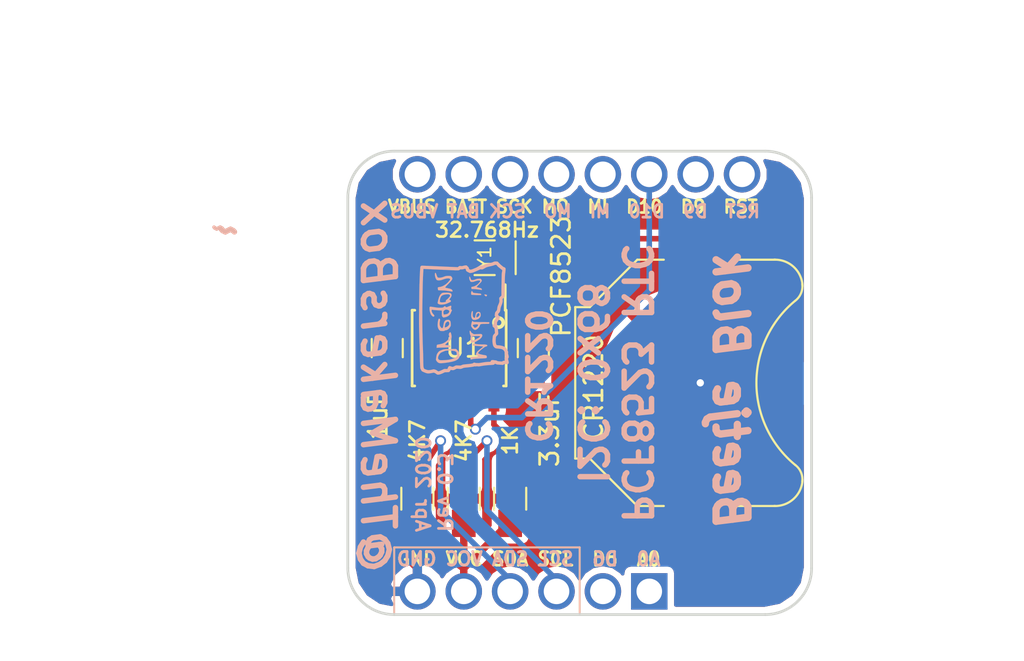
<source format=kicad_pcb>
(kicad_pcb (version 4) (host pcbnew 4.0.6)

  (general
    (links 19)
    (no_connects 1)
    (area 142.164999 86.284999 167.715001 111.835001)
    (thickness 1.6)
    (drawings 19)
    (tracks 68)
    (zones 0)
    (modules 11)
    (nets 19)
  )

  (page A)
  (title_block
    (title "Beetje 32U4 Blok")
    (date 2018-08-10)
    (rev 0.0)
    (company www.MakersBox.us)
    (comment 1 648.ken@gmail.com)
  )

  (layers
    (0 F.Cu signal)
    (31 B.Cu signal)
    (32 B.Adhes user)
    (33 F.Adhes user)
    (34 B.Paste user)
    (35 F.Paste user)
    (36 B.SilkS user)
    (37 F.SilkS user)
    (38 B.Mask user)
    (39 F.Mask user)
    (40 Dwgs.User user)
    (41 Cmts.User user)
    (42 Eco1.User user)
    (43 Eco2.User user)
    (44 Edge.Cuts user)
    (45 Margin user)
    (46 B.CrtYd user)
    (47 F.CrtYd user)
    (48 B.Fab user)
    (49 F.Fab user)
  )

  (setup
    (last_trace_width 0.4064)
    (user_trace_width 0.3048)
    (user_trace_width 0.4064)
    (user_trace_width 0.6096)
    (trace_clearance 0.2)
    (zone_clearance 0.35)
    (zone_45_only no)
    (trace_min 0.2)
    (segment_width 0.2)
    (edge_width 0.15)
    (via_size 0.6)
    (via_drill 0.4)
    (via_min_size 0.4)
    (via_min_drill 0.3)
    (uvia_size 0.3)
    (uvia_drill 0.1)
    (uvias_allowed no)
    (uvia_min_size 0.2)
    (uvia_min_drill 0.1)
    (pcb_text_width 0.3)
    (pcb_text_size 1.5 1.5)
    (mod_edge_width 0.15)
    (mod_text_size 1 1)
    (mod_text_width 0.15)
    (pad_size 10 10)
    (pad_drill 0)
    (pad_to_mask_clearance 0)
    (aux_axis_origin 0 0)
    (visible_elements 7FFFFFFF)
    (pcbplotparams
      (layerselection 0x00030_80000001)
      (usegerberextensions false)
      (excludeedgelayer true)
      (linewidth 0.100000)
      (plotframeref false)
      (viasonmask false)
      (mode 1)
      (useauxorigin false)
      (hpglpennumber 1)
      (hpglpenspeed 20)
      (hpglpendiameter 15)
      (hpglpenoverlay 2)
      (psnegative false)
      (psa4output false)
      (plotreference true)
      (plotvalue true)
      (plotinvisibletext false)
      (padsonsilk false)
      (subtractmaskfromsilk false)
      (outputformat 1)
      (mirror false)
      (drillshape 1)
      (scaleselection 1)
      (outputdirectory ""))
  )

  (net 0 "")
  (net 1 GND)
  (net 2 VBUS)
  (net 3 +BATT)
  (net 4 /D10)
  (net 5 /D9)
  (net 6 /SCL)
  (net 7 /SDA)
  (net 8 /A0)
  (net 9 /SCK)
  (net 10 /MOSI)
  (net 11 /MISO)
  (net 12 /~RESET)
  (net 13 VCC)
  (net 14 "Net-(BT1-Pad1)")
  (net 15 "Net-(C2-Pad1)")
  (net 16 "Net-(U1-Pad1)")
  (net 17 "Net-(U1-Pad2)")
  (net 18 /D6)

  (net_class Default "This is the default net class."
    (clearance 0.2)
    (trace_width 0.25)
    (via_dia 0.6)
    (via_drill 0.4)
    (uvia_dia 0.3)
    (uvia_drill 0.1)
    (add_net +BATT)
    (add_net /A0)
    (add_net /D10)
    (add_net /D6)
    (add_net /D9)
    (add_net /MISO)
    (add_net /MOSI)
    (add_net /SCK)
    (add_net /SCL)
    (add_net /SDA)
    (add_net /~RESET)
    (add_net GND)
    (add_net "Net-(BT1-Pad1)")
    (add_net "Net-(C2-Pad1)")
    (add_net "Net-(U1-Pad1)")
    (add_net "Net-(U1-Pad2)")
    (add_net VBUS)
    (add_net VCC)
  )

  (module Crystals:Crystal_SMD_G8-2pin_3.2x1.5mm_HandSoldering (layer F.Cu) (tedit 5E72498A) (tstamp 5B775CB5)
    (at 149.733 92.202 180)
    (descr "SMD Crystal G8, hand-soldering, 3.2x1.5mm^2 package")
    (tags "SMD SMT crystal hand-soldering")
    (path /5B778058)
    (attr smd)
    (fp_text reference Y1 (at 0 0 270) (layer F.SilkS) hide
      (effects (font (size 1 1) (thickness 0.15)))
    )
    (fp_text value 32.768Hz (at -0.127 1.524 180) (layer F.SilkS)
      (effects (font (size 0.8 0.8) (thickness 0.15)))
    )
    (fp_text user %R (at 0 0 270) (layer F.SilkS)
      (effects (font (size 0.7 0.7) (thickness 0.105)))
    )
    (fp_line (start -1.6 -0.75) (end -1.6 0.75) (layer F.Fab) (width 0.1))
    (fp_line (start -1.6 0.75) (end 1.6 0.75) (layer F.Fab) (width 0.1))
    (fp_line (start 1.6 0.75) (end 1.6 -0.75) (layer F.Fab) (width 0.1))
    (fp_line (start 1.6 -0.75) (end -1.6 -0.75) (layer F.Fab) (width 0.1))
    (fp_line (start -1.6 0.25) (end -1.1 0.75) (layer F.Fab) (width 0.1))
    (fp_line (start -0.55 -0.95) (end 0.55 -0.95) (layer F.SilkS) (width 0.12))
    (fp_line (start -0.55 0.95) (end 0.55 0.95) (layer F.SilkS) (width 0.12))
    (fp_line (start -1.7 -0.9) (end -1.7 0.9) (layer F.SilkS) (width 0.12))
    (fp_line (start -2.8 -1.2) (end -2.8 1.2) (layer F.CrtYd) (width 0.05))
    (fp_line (start -2.8 1.2) (end 2.8 1.2) (layer F.CrtYd) (width 0.05))
    (fp_line (start 2.8 1.2) (end 2.8 -1.2) (layer F.CrtYd) (width 0.05))
    (fp_line (start 2.8 -1.2) (end -2.8 -1.2) (layer F.CrtYd) (width 0.05))
    (pad 1 smd rect (at -1.2 0 180) (size 0.6 1.3) (layers F.Cu F.Paste F.Mask)
      (net 16 "Net-(U1-Pad1)"))
    (pad 2 smd rect (at 1.2 0 180) (size 0.6 1.3) (layers F.Cu F.Paste F.Mask)
      (net 17 "Net-(U1-Pad2)"))
    (model ${KISYS3DMOD}/Crystals.3dshapes/Crystal_SMD_G8-2pin_3.2x1.5mm_HandSoldering.wrl
      (at (xyz 0 0 0))
      (scale (xyz 1 1 1))
      (rotate (xyz 0 0 0))
    )
  )

  (module footprints:MadeInOregonRev25 (layer F.Cu) (tedit 0) (tstamp 5B7740E4)
    (at 148.59 95.504 270)
    (fp_text reference VAL (at 0 0 270) (layer F.SilkS) hide
      (effects (font (size 1.143 1.143) (thickness 0.1778)))
    )
    (fp_text value MadeInOregonRev25 (at 0 0 270) (layer F.SilkS) hide
      (effects (font (size 1.143 1.143) (thickness 0.1778)))
    )
    (fp_poly (pts (xy -3.09626 -1.76022) (xy -3.09626 -1.72212) (xy -3.09372 -1.69672) (xy -3.09118 -1.67386)
      (xy -3.0861 -1.65608) (xy -3.07594 -1.63576) (xy -3.0734 -1.62814) (xy -3.0607 -1.6002)
      (xy -3.05054 -1.5748) (xy -3.04038 -1.54432) (xy -3.03022 -1.50876) (xy -3.02006 -1.46304)
      (xy -3.00736 -1.4097) (xy -3.00228 -1.39192) (xy -2.98704 -1.31826) (xy -2.96926 -1.2573)
      (xy -2.95402 -1.20396) (xy -2.9337 -1.15824) (xy -2.91338 -1.1176) (xy -2.91338 -1.74752)
      (xy -2.91338 -1.76276) (xy -2.91084 -1.77546) (xy -2.90322 -1.78816) (xy -2.89052 -1.8034)
      (xy -2.86766 -1.82118) (xy -2.8575 -1.83134) (xy -2.82956 -1.8542) (xy -2.80416 -1.8796)
      (xy -2.78638 -1.90246) (xy -2.77876 -1.91008) (xy -2.76606 -1.92786) (xy -2.74574 -1.95326)
      (xy -2.72034 -1.98374) (xy -2.69494 -2.01422) (xy -2.6924 -2.01676) (xy -2.66954 -2.0447)
      (xy -2.64922 -2.0701) (xy -2.63652 -2.08788) (xy -2.6289 -2.09804) (xy -2.6289 -2.10058)
      (xy -2.62382 -2.10566) (xy -2.60604 -2.10566) (xy -2.58064 -2.10566) (xy -2.55016 -2.10058)
      (xy -2.51968 -2.0955) (xy -2.50952 -2.09296) (xy -2.49682 -2.09042) (xy -2.48412 -2.08534)
      (xy -2.46888 -2.08534) (xy -2.4511 -2.0828) (xy -2.4257 -2.08026) (xy -2.39268 -2.07772)
      (xy -2.35458 -2.07772) (xy -2.30632 -2.07518) (xy -2.2479 -2.07518) (xy -2.17678 -2.07264)
      (xy -2.09296 -2.0701) (xy -2.03962 -2.0701) (xy -1.95326 -2.06756) (xy -1.8669 -2.06756)
      (xy -1.78054 -2.06502) (xy -1.69672 -2.06502) (xy -1.61798 -2.06248) (xy -1.54686 -2.06248)
      (xy -1.48336 -2.06248) (xy -1.4351 -2.06248) (xy -1.4224 -2.06248) (xy -1.22936 -2.06248)
      (xy -1.1684 -2.00152) (xy -1.10744 -1.9431) (xy -1.0668 -1.9431) (xy -1.03886 -1.9431)
      (xy -1.0033 -1.94564) (xy -0.97536 -1.95072) (xy -0.94234 -1.95326) (xy -0.91186 -1.95072)
      (xy -0.87884 -1.94564) (xy -0.8382 -1.93548) (xy -0.79248 -1.9177) (xy -0.7366 -1.89484)
      (xy -0.72136 -1.88976) (xy -0.67818 -1.86944) (xy -0.64516 -1.85674) (xy -0.61722 -1.84912)
      (xy -0.59182 -1.84404) (xy -0.56388 -1.83896) (xy -0.5461 -1.83642) (xy -0.50038 -1.83134)
      (xy -0.46482 -1.82626) (xy -0.43688 -1.81864) (xy -0.41656 -1.80848) (xy -0.39624 -1.79578)
      (xy -0.37592 -1.77546) (xy -0.37338 -1.77292) (xy -0.35052 -1.7526) (xy -0.32512 -1.73482)
      (xy -0.30734 -1.72212) (xy -0.30734 -1.72212) (xy -0.28702 -1.71704) (xy -0.25654 -1.71196)
      (xy -0.22098 -1.70434) (xy -0.18288 -1.7018) (xy -0.14986 -1.69672) (xy -0.12446 -1.69672)
      (xy -0.10922 -1.69926) (xy -0.09652 -1.70688) (xy -0.07366 -1.71958) (xy -0.05334 -1.73736)
      (xy -0.03048 -1.75768) (xy -0.01524 -1.7653) (xy -0.00508 -1.76784) (xy 0 -1.7653)
      (xy 0.01016 -1.75768) (xy 0.03048 -1.74498) (xy 0.05842 -1.7272) (xy 0.0889 -1.70688)
      (xy 0.09652 -1.7018) (xy 0.18288 -1.64846) (xy 0.25908 -1.64592) (xy 0.29464 -1.64338)
      (xy 0.3175 -1.64084) (xy 0.3302 -1.6383) (xy 0.34036 -1.63322) (xy 0.34544 -1.6256)
      (xy 0.34798 -1.62052) (xy 0.3683 -1.59766) (xy 0.39624 -1.58242) (xy 0.42672 -1.5748)
      (xy 0.4318 -1.5748) (xy 0.45974 -1.58242) (xy 0.48768 -1.6002) (xy 0.51562 -1.63068)
      (xy 0.52578 -1.64338) (xy 0.53848 -1.65608) (xy 0.5461 -1.66624) (xy 0.55626 -1.67386)
      (xy 0.56896 -1.68148) (xy 0.58928 -1.68402) (xy 0.61468 -1.6891) (xy 0.65278 -1.69418)
      (xy 0.70104 -1.69672) (xy 0.71628 -1.69926) (xy 0.8255 -1.70942) (xy 0.85598 -1.68148)
      (xy 0.89154 -1.64846) (xy 0.9271 -1.62306) (xy 0.95758 -1.60274) (xy 0.96774 -1.59766)
      (xy 0.9906 -1.59258) (xy 1.02362 -1.5875) (xy 1.0668 -1.58242) (xy 1.11252 -1.57734)
      (xy 1.16332 -1.57226) (xy 1.21158 -1.56972) (xy 1.2573 -1.56972) (xy 1.25984 -1.56972)
      (xy 1.3081 -1.56972) (xy 1.35128 -1.5748) (xy 1.39446 -1.57988) (xy 1.44272 -1.59004)
      (xy 1.48844 -1.6002) (xy 1.52146 -1.61036) (xy 1.54686 -1.62306) (xy 1.56972 -1.63576)
      (xy 1.59258 -1.65608) (xy 1.61798 -1.68148) (xy 1.63576 -1.7018) (xy 1.651 -1.72212)
      (xy 1.65862 -1.74498) (xy 1.66624 -1.77292) (xy 1.67386 -1.80848) (xy 1.6764 -1.85166)
      (xy 1.68148 -1.90246) (xy 1.6891 -1.9812) (xy 1.7018 -2.04978) (xy 1.72212 -2.10566)
      (xy 1.74752 -2.15138) (xy 1.75006 -2.15646) (xy 1.77546 -2.18186) (xy 1.81356 -2.2098)
      (xy 1.82626 -2.21742) (xy 1.8542 -2.23012) (xy 1.87706 -2.24028) (xy 1.89484 -2.24282)
      (xy 1.9177 -2.24282) (xy 1.92024 -2.24282) (xy 1.95834 -2.24282) (xy 2.00152 -2.25044)
      (xy 2.032 -2.25806) (xy 2.0701 -2.27076) (xy 2.09804 -2.27584) (xy 2.11582 -2.27838)
      (xy 2.13106 -2.2733) (xy 2.1463 -2.26822) (xy 2.15392 -2.26314) (xy 2.1844 -2.2479)
      (xy 2.22758 -2.24282) (xy 2.27584 -2.2479) (xy 2.29108 -2.25298) (xy 2.31394 -2.25806)
      (xy 2.33426 -2.26314) (xy 2.34188 -2.26314) (xy 2.34188 -2.25806) (xy 2.34442 -2.23774)
      (xy 2.34442 -2.21488) (xy 2.34442 -2.21234) (xy 2.34442 -2.1844) (xy 2.34696 -2.16408)
      (xy 2.35204 -2.1463) (xy 2.36474 -2.12852) (xy 2.3876 -2.0955) (xy 2.37998 -1.97612)
      (xy 2.37744 -1.9304) (xy 2.37236 -1.89738) (xy 2.36982 -1.87198) (xy 2.36474 -1.8542)
      (xy 2.35966 -1.83896) (xy 2.35204 -1.82372) (xy 2.34696 -1.8161) (xy 2.33172 -1.78562)
      (xy 2.3241 -1.75768) (xy 2.3241 -1.73736) (xy 2.32156 -1.70942) (xy 2.31902 -1.68656)
      (xy 2.31648 -1.67894) (xy 2.31394 -1.66116) (xy 2.30886 -1.63576) (xy 2.30886 -1.60274)
      (xy 2.30886 -1.59004) (xy 2.30886 -1.55702) (xy 2.30886 -1.5367) (xy 2.31394 -1.52146)
      (xy 2.32156 -1.5113) (xy 2.33172 -1.4986) (xy 2.33426 -1.49606) (xy 2.35458 -1.48082)
      (xy 2.3749 -1.4732) (xy 2.37744 -1.47066) (xy 2.3876 -1.47066) (xy 2.39268 -1.46558)
      (xy 2.39776 -1.45034) (xy 2.4003 -1.42494) (xy 2.40284 -1.39192) (xy 2.40538 -1.35382)
      (xy 2.40538 -1.33096) (xy 2.40792 -1.28778) (xy 2.413 -1.2319) (xy 2.42062 -1.16078)
      (xy 2.43332 -1.07442) (xy 2.4511 -0.97536) (xy 2.4511 -0.96774) (xy 2.45872 -0.92456)
      (xy 2.4638 -0.88392) (xy 2.46888 -0.85344) (xy 2.47142 -0.83058) (xy 2.47396 -0.82296)
      (xy 2.47396 -0.81026) (xy 2.47142 -0.7874) (xy 2.47142 -0.75692) (xy 2.46888 -0.72644)
      (xy 2.46888 -0.69342) (xy 2.46634 -0.66294) (xy 2.4638 -0.64262) (xy 2.46126 -0.635)
      (xy 2.4511 -0.6096) (xy 2.44856 -0.57912) (xy 2.4511 -0.54864) (xy 2.46126 -0.52324)
      (xy 2.4765 -0.51054) (xy 2.48412 -0.49784) (xy 2.49174 -0.47244) (xy 2.5019 -0.4318)
      (xy 2.50952 -0.37592) (xy 2.51968 -0.30734) (xy 2.5273 -0.2286) (xy 2.53238 -0.16764)
      (xy 2.53746 -0.1143) (xy 2.54254 -0.0635) (xy 2.54762 -0.02032) (xy 2.5527 0.01524)
      (xy 2.55524 0.04064) (xy 2.55778 0.05334) (xy 2.56794 0.07366) (xy 2.5781 0.1016)
      (xy 2.58826 0.127) (xy 2.59588 0.14732) (xy 2.6035 0.16256) (xy 2.60604 0.18034)
      (xy 2.60858 0.20066) (xy 2.60858 0.22606) (xy 2.60604 0.25908) (xy 2.6035 0.3048)
      (xy 2.6035 0.32512) (xy 2.60096 0.37084) (xy 2.60096 0.4064) (xy 2.60604 0.43434)
      (xy 2.61366 0.45974) (xy 2.62636 0.48768) (xy 2.64668 0.5207) (xy 2.66446 0.5588)
      (xy 2.67462 0.58674) (xy 2.6797 0.61468) (xy 2.67462 0.64262) (xy 2.66446 0.68072)
      (xy 2.65938 0.69088) (xy 2.64668 0.72898) (xy 2.63906 0.75946) (xy 2.63906 0.77978)
      (xy 2.6416 0.79756) (xy 2.64922 0.8128) (xy 2.64922 0.81534) (xy 2.66446 0.83058)
      (xy 2.68986 0.84836) (xy 2.72034 0.86614) (xy 2.75336 0.87884) (xy 2.77368 0.88646)
      (xy 2.794 0.89154) (xy 2.794 0.98044) (xy 2.794 1.07188) (xy 2.82448 1.13538)
      (xy 2.8575 1.20396) (xy 2.8829 1.26238) (xy 2.90322 1.31064) (xy 2.91592 1.3462)
      (xy 2.921 1.36652) (xy 2.92354 1.3843) (xy 2.92354 1.39954) (xy 2.91592 1.41478)
      (xy 2.90068 1.4351) (xy 2.90068 1.43764) (xy 2.87274 1.47828) (xy 2.84988 1.51638)
      (xy 2.8321 1.5621) (xy 2.82448 1.59004) (xy 2.80924 1.64338) (xy 2.8321 1.74244)
      (xy 2.84734 1.80848) (xy 2.85496 1.86182) (xy 2.86004 1.90754) (xy 2.86004 1.94818)
      (xy 2.85242 1.98628) (xy 2.84226 2.02438) (xy 2.84226 2.02438) (xy 2.82702 2.06756)
      (xy 2.81432 2.10566) (xy 2.79908 2.13868) (xy 2.78892 2.16154) (xy 2.77876 2.1717)
      (xy 2.77876 2.17424) (xy 2.7686 2.17678) (xy 2.74828 2.1844) (xy 2.74066 2.18948)
      (xy 2.7178 2.1971) (xy 2.68224 2.20472) (xy 2.63398 2.2098) (xy 2.57302 2.21234)
      (xy 2.49682 2.21488) (xy 2.40792 2.21742) (xy 2.30632 2.21742) (xy 2.29616 2.21742)
      (xy 2.24028 2.21996) (xy 2.17424 2.21996) (xy 2.10058 2.2225) (xy 2.02184 2.2225)
      (xy 1.9431 2.22504) (xy 1.86944 2.23012) (xy 1.84912 2.23012) (xy 1.6129 2.23774)
      (xy 1.38684 2.2479) (xy 1.16332 2.25298) (xy 0.9398 2.25806) (xy 0.71882 2.26314)
      (xy 0.4953 2.26568) (xy 0.26924 2.26822) (xy 0.03556 2.26822) (xy -0.2032 2.26822)
      (xy -0.45466 2.26822) (xy -0.71628 2.26568) (xy -0.84836 2.26314) (xy -1.03378 2.2606)
      (xy -1.20396 2.25806) (xy -1.36144 2.25552) (xy -1.50622 2.25298) (xy -1.64084 2.25044)
      (xy -1.7653 2.2479) (xy -1.88214 2.24536) (xy -1.98882 2.24282) (xy -2.08788 2.23774)
      (xy -2.17932 2.2352) (xy -2.26822 2.23266) (xy -2.35204 2.22758) (xy -2.39776 2.22504)
      (xy -2.46126 2.2225) (xy -2.51968 2.21742) (xy -2.57302 2.21488) (xy -2.61874 2.21234)
      (xy -2.65176 2.2098) (xy -2.67462 2.2098) (xy -2.68732 2.2098) (xy -2.68732 2.2098)
      (xy -2.68732 2.20218) (xy -2.68478 2.17932) (xy -2.68478 2.1463) (xy -2.68224 2.09804)
      (xy -2.6797 2.03962) (xy -2.67716 1.97104) (xy -2.67208 1.8923) (xy -2.66954 1.80594)
      (xy -2.66446 1.70942) (xy -2.65938 1.60782) (xy -2.65684 1.50114) (xy -2.65176 1.38684)
      (xy -2.64414 1.27) (xy -2.64414 1.25476) (xy -2.63906 1.11506) (xy -2.63398 0.98806)
      (xy -2.6289 0.87376) (xy -2.62382 0.77216) (xy -2.61874 0.68326) (xy -2.6162 0.60452)
      (xy -2.61366 0.53848) (xy -2.61112 0.47752) (xy -2.61112 0.42926) (xy -2.61112 0.38608)
      (xy -2.61112 0.35306) (xy -2.61112 0.32258) (xy -2.61112 0.29972) (xy -2.61366 0.28194)
      (xy -2.6162 0.2667) (xy -2.61874 0.25654) (xy -2.62128 0.24638) (xy -2.62636 0.23876)
      (xy -2.63144 0.23368) (xy -2.63652 0.22606) (xy -2.6416 0.21844) (xy -2.6543 0.2032)
      (xy -2.66192 0.18796) (xy -2.66446 0.17272) (xy -2.66192 0.14732) (xy -2.66192 0.13716)
      (xy -2.66192 0.1016) (xy -2.66446 0.06858) (xy -2.67462 0.02794) (xy -2.67462 0.0254)
      (xy -2.68732 -0.01778) (xy -2.69494 -0.04826) (xy -2.69748 -0.07112) (xy -2.69748 -0.08382)
      (xy -2.69494 -0.09398) (xy -2.68732 -0.09906) (xy -2.68732 -0.1016) (xy -2.66954 -0.10668)
      (xy -2.64668 -0.1143) (xy -2.63652 -0.1143) (xy -2.60858 -0.12192) (xy -2.58572 -0.13208)
      (xy -2.5654 -0.14732) (xy -2.54762 -0.17018) (xy -2.52476 -0.20574) (xy -2.50698 -0.2413)
      (xy -2.4638 -0.3302) (xy -2.47142 -0.40894) (xy -2.4765 -0.43942) (xy -2.48158 -0.46736)
      (xy -2.4892 -0.49276) (xy -2.49682 -0.5207) (xy -2.50952 -0.55626) (xy -2.52984 -0.59944)
      (xy -2.53492 -0.61214) (xy -2.55524 -0.66294) (xy -2.5781 -0.71374) (xy -2.60096 -0.76708)
      (xy -2.62128 -0.8128) (xy -2.63144 -0.83058) (xy -2.64668 -0.86868) (xy -2.65938 -0.89662)
      (xy -2.667 -0.91694) (xy -2.66954 -0.92964) (xy -2.667 -0.9398) (xy -2.667 -0.94996)
      (xy -2.65938 -0.97536) (xy -2.65938 -1.00584) (xy -2.66954 -1.03886) (xy -2.68732 -1.0795)
      (xy -2.71272 -1.12776) (xy -2.71526 -1.1303) (xy -2.73812 -1.17094) (xy -2.75844 -1.2065)
      (xy -2.77368 -1.23698) (xy -2.78384 -1.26746) (xy -2.79654 -1.30048) (xy -2.8067 -1.34112)
      (xy -2.81686 -1.38684) (xy -2.82702 -1.43256) (xy -2.84226 -1.49606) (xy -2.85496 -1.54686)
      (xy -2.86512 -1.5875) (xy -2.87528 -1.62052) (xy -2.88544 -1.64846) (xy -2.89306 -1.67132)
      (xy -2.90068 -1.68148) (xy -2.9083 -1.70942) (xy -2.91338 -1.7399) (xy -2.91338 -1.74752)
      (xy -2.91338 -1.1176) (xy -2.91084 -1.11506) (xy -2.90576 -1.09982) (xy -2.88798 -1.07188)
      (xy -2.87782 -1.04902) (xy -2.87274 -1.03632) (xy -2.87274 -1.02616) (xy -2.87782 -1.016)
      (xy -2.88036 -0.99822) (xy -2.8829 -0.98044) (xy -2.87782 -0.95758) (xy -2.8702 -0.92964)
      (xy -2.85496 -0.89408) (xy -2.83464 -0.84582) (xy -2.8194 -0.81534) (xy -2.78384 -0.73406)
      (xy -2.74828 -0.65786) (xy -2.72034 -0.58928) (xy -2.69494 -0.52832) (xy -2.67462 -0.47752)
      (xy -2.66192 -0.43688) (xy -2.6543 -0.40894) (xy -2.6543 -0.4064) (xy -2.64922 -0.37846)
      (xy -2.65176 -0.36068) (xy -2.65684 -0.34036) (xy -2.66446 -0.32766) (xy -2.67462 -0.30734)
      (xy -2.68732 -0.29464) (xy -2.70256 -0.28702) (xy -2.72542 -0.28194) (xy -2.73812 -0.2794)
      (xy -2.75336 -0.27686) (xy -2.77114 -0.2667) (xy -2.78892 -0.25146) (xy -2.81686 -0.22606)
      (xy -2.82448 -0.2159) (xy -2.84988 -0.1905) (xy -2.86766 -0.17272) (xy -2.87782 -0.16002)
      (xy -2.8829 -0.14732) (xy -2.8829 -0.13208) (xy -2.8829 -0.12192) (xy -2.88036 -0.06858)
      (xy -2.86766 -0.00762) (xy -2.85242 0.05588) (xy -2.8448 0.08382) (xy -2.84226 0.10668)
      (xy -2.84226 0.12954) (xy -2.8448 0.16002) (xy -2.84734 0.1651) (xy -2.84988 0.19812)
      (xy -2.84988 0.22606) (xy -2.84226 0.24892) (xy -2.82448 0.27686) (xy -2.8067 0.29972)
      (xy -2.78384 0.32766) (xy -2.82702 1.3081) (xy -2.8321 1.42748) (xy -2.83718 1.54432)
      (xy -2.84226 1.65608) (xy -2.84734 1.76276) (xy -2.84988 1.86182) (xy -2.85496 1.95326)
      (xy -2.8575 2.03708) (xy -2.86004 2.11074) (xy -2.86258 2.17424) (xy -2.86512 2.22758)
      (xy -2.86512 2.26822) (xy -2.86512 2.29616) (xy -2.86512 2.3114) (xy -2.86512 2.3114)
      (xy -2.85496 2.3368) (xy -2.83464 2.35966) (xy -2.81178 2.3749) (xy -2.8067 2.37744)
      (xy -2.794 2.37998) (xy -2.76606 2.38252) (xy -2.72796 2.38506) (xy -2.6797 2.39014)
      (xy -2.62128 2.39268) (xy -2.55778 2.39776) (xy -2.48412 2.4003) (xy -2.40792 2.40538)
      (xy -2.32664 2.40792) (xy -2.24536 2.413) (xy -2.16154 2.41554) (xy -2.08026 2.41808)
      (xy -1.99898 2.42062) (xy -1.92278 2.42316) (xy -1.85166 2.4257) (xy -1.80848 2.42824)
      (xy -1.74752 2.42824) (xy -1.67386 2.43078) (xy -1.59004 2.43078) (xy -1.4986 2.43332)
      (xy -1.397 2.43586) (xy -1.29032 2.43586) (xy -1.1811 2.4384) (xy -1.0668 2.4384)
      (xy -0.95504 2.44094) (xy -0.84582 2.44348) (xy -0.80264 2.44348) (xy -0.70104 2.44348)
      (xy -0.59944 2.44602) (xy -0.50038 2.44602) (xy -0.40386 2.44856) (xy -0.31496 2.44856)
      (xy -0.23114 2.44856) (xy -0.15748 2.4511) (xy -0.09398 2.4511) (xy -0.04064 2.4511)
      (xy 0 2.4511) (xy 0.02286 2.4511) (xy 0.05842 2.4511) (xy 0.10922 2.4511)
      (xy 0.17018 2.4511) (xy 0.2413 2.4511) (xy 0.3175 2.4511) (xy 0.39878 2.44856)
      (xy 0.4826 2.44856) (xy 0.56642 2.44602) (xy 0.60198 2.44602) (xy 0.75692 2.44348)
      (xy 0.90678 2.4384) (xy 1.0541 2.43586) (xy 1.1938 2.43078) (xy 1.32588 2.42824)
      (xy 1.45034 2.42316) (xy 1.56464 2.42062) (xy 1.66624 2.41808) (xy 1.7526 2.413)
      (xy 1.77038 2.413) (xy 1.82626 2.41046) (xy 1.8923 2.40792) (xy 1.96342 2.40792)
      (xy 2.03454 2.40538) (xy 2.10312 2.40538) (xy 2.12852 2.40538) (xy 2.19456 2.40538)
      (xy 2.26822 2.40284) (xy 2.3495 2.40284) (xy 2.42824 2.39776) (xy 2.50444 2.39522)
      (xy 2.54254 2.39522) (xy 2.75844 2.38252) (xy 2.82956 2.3495) (xy 2.86258 2.33172)
      (xy 2.88798 2.31902) (xy 2.90576 2.30632) (xy 2.91084 2.30124) (xy 2.92608 2.28092)
      (xy 2.94132 2.25044) (xy 2.96164 2.2098) (xy 2.97942 2.16662) (xy 2.9972 2.12344)
      (xy 3.01244 2.08534) (xy 3.02514 2.0447) (xy 3.03276 2.01168) (xy 3.03784 1.98628)
      (xy 3.04038 1.9558) (xy 3.04038 1.93548) (xy 3.0353 1.86182) (xy 3.0226 1.778)
      (xy 3.00736 1.70434) (xy 2.99974 1.66878) (xy 2.99974 1.64084) (xy 3.00736 1.61036)
      (xy 3.0226 1.57734) (xy 3.04546 1.53924) (xy 3.0607 1.52146) (xy 3.08356 1.4859)
      (xy 3.0988 1.4605) (xy 3.10642 1.4351) (xy 3.10896 1.4097) (xy 3.10642 1.37668)
      (xy 3.0988 1.33858) (xy 3.09118 1.3081) (xy 3.07848 1.26746) (xy 3.0607 1.22174)
      (xy 3.04038 1.1684) (xy 3.01498 1.1176) (xy 2.99466 1.07442) (xy 2.98704 1.05664)
      (xy 2.97942 1.0414) (xy 2.97688 1.02362) (xy 2.97434 1.0033) (xy 2.97434 0.97282)
      (xy 2.97434 0.93218) (xy 2.97434 0.9271) (xy 2.9718 0.87884) (xy 2.96926 0.8382)
      (xy 2.96418 0.81026) (xy 2.95148 0.7874) (xy 2.9337 0.76708) (xy 2.90576 0.7493)
      (xy 2.86766 0.72898) (xy 2.84734 0.71882) (xy 2.84734 0.7112) (xy 2.84988 0.69342)
      (xy 2.85496 0.66802) (xy 2.8575 0.6604) (xy 2.86258 0.61468) (xy 2.86258 0.5842)
      (xy 2.86258 0.57658) (xy 2.84988 0.5334) (xy 2.82956 0.48768) (xy 2.8067 0.44196)
      (xy 2.79908 0.42926) (xy 2.79146 0.41656) (xy 2.78638 0.40386) (xy 2.7813 0.38862)
      (xy 2.7813 0.37084) (xy 2.7813 0.34798) (xy 2.7813 0.3175) (xy 2.78638 0.27432)
      (xy 2.79146 0.22098) (xy 2.79146 0.21844) (xy 2.79146 0.19304) (xy 2.79146 0.16764)
      (xy 2.78384 0.1397) (xy 2.77622 0.11176) (xy 2.76352 0.07874) (xy 2.75336 0.04826)
      (xy 2.7432 0.0254) (xy 2.74066 0.02032) (xy 2.73558 0.00762) (xy 2.7305 -0.0127)
      (xy 2.72796 -0.04064) (xy 2.72288 -0.07874) (xy 2.7178 -0.12954) (xy 2.71272 -0.1905)
      (xy 2.7051 -0.25908) (xy 2.69748 -0.32512) (xy 2.68986 -0.38862) (xy 2.6797 -0.44958)
      (xy 2.67208 -0.50292) (xy 2.66446 -0.5461) (xy 2.6543 -0.57658) (xy 2.65176 -0.58674)
      (xy 2.65176 -0.60452) (xy 2.6543 -0.6223) (xy 2.65684 -0.6477) (xy 2.65176 -0.68326)
      (xy 2.65176 -0.68326) (xy 2.64668 -0.71628) (xy 2.64922 -0.75184) (xy 2.65176 -0.76962)
      (xy 2.6543 -0.79248) (xy 2.65684 -0.8128) (xy 2.6543 -0.83566) (xy 2.65176 -0.8636)
      (xy 2.64414 -0.90424) (xy 2.6416 -0.91948) (xy 2.62382 -1.01346) (xy 2.61112 -1.09982)
      (xy 2.60096 -1.1811) (xy 2.59334 -1.26238) (xy 2.58572 -1.35128) (xy 2.58064 -1.42748)
      (xy 2.5781 -1.49352) (xy 2.57302 -1.54432) (xy 2.57048 -1.58496) (xy 2.5654 -1.61544)
      (xy 2.56286 -1.6383) (xy 2.55524 -1.65608) (xy 2.54762 -1.66878) (xy 2.53746 -1.6764)
      (xy 2.52984 -1.68402) (xy 2.51714 -1.69418) (xy 2.51206 -1.70688) (xy 2.5146 -1.72466)
      (xy 2.52222 -1.75006) (xy 2.53238 -1.77546) (xy 2.53238 -1.77546) (xy 2.54 -1.78816)
      (xy 2.54254 -1.79832) (xy 2.54762 -1.81102) (xy 2.55016 -1.8288) (xy 2.5527 -1.85166)
      (xy 2.55524 -1.88214) (xy 2.55778 -1.92532) (xy 2.56286 -1.97866) (xy 2.56286 -2.0066)
      (xy 2.57302 -2.159) (xy 2.54762 -2.18948) (xy 2.52222 -2.21996) (xy 2.52984 -2.29616)
      (xy 2.53238 -2.34442) (xy 2.53238 -2.37998) (xy 2.52984 -2.40538) (xy 2.51968 -2.4257)
      (xy 2.50698 -2.44094) (xy 2.50444 -2.44348) (xy 2.4892 -2.45618) (xy 2.47142 -2.46126)
      (xy 2.44856 -2.4638) (xy 2.42062 -2.4638) (xy 2.38252 -2.45618) (xy 2.33172 -2.44602)
      (xy 2.32664 -2.44348) (xy 2.2352 -2.42316) (xy 2.19964 -2.44348) (xy 2.17424 -2.45618)
      (xy 2.15138 -2.4638) (xy 2.12344 -2.4638) (xy 2.09296 -2.45872) (xy 2.04978 -2.4511)
      (xy 2.0193 -2.44348) (xy 1.98374 -2.43332) (xy 1.9558 -2.4257) (xy 1.93802 -2.42316)
      (xy 1.92024 -2.4257) (xy 1.90754 -2.42824) (xy 1.88722 -2.43078) (xy 1.86944 -2.43078)
      (xy 1.84912 -2.42824) (xy 1.82372 -2.41808) (xy 1.79324 -2.40284) (xy 1.76022 -2.38506)
      (xy 1.71958 -2.3622) (xy 1.6891 -2.34442) (xy 1.66624 -2.32664) (xy 1.64846 -2.3114)
      (xy 1.63068 -2.29362) (xy 1.6129 -2.27076) (xy 1.59258 -2.2479) (xy 1.57734 -2.22504)
      (xy 1.56718 -2.20472) (xy 1.55702 -2.17932) (xy 1.54432 -2.1463) (xy 1.53162 -2.10312)
      (xy 1.52908 -2.09296) (xy 1.51638 -2.0447) (xy 1.50876 -2.00406) (xy 1.50368 -1.96596)
      (xy 1.4986 -1.92278) (xy 1.4986 -1.90754) (xy 1.49606 -1.86182) (xy 1.49352 -1.8288)
      (xy 1.4859 -1.80594) (xy 1.4732 -1.7907) (xy 1.45288 -1.778) (xy 1.4224 -1.77038)
      (xy 1.39446 -1.76276) (xy 1.3335 -1.7526) (xy 1.26238 -1.74752) (xy 1.18364 -1.75006)
      (xy 1.10998 -1.75768) (xy 1.03124 -1.7653) (xy 0.9652 -1.82372) (xy 0.9398 -1.84912)
      (xy 0.9144 -1.8669) (xy 0.89408 -1.88214) (xy 0.88392 -1.88722) (xy 0.86868 -1.88722)
      (xy 0.84328 -1.88722) (xy 0.80518 -1.88722) (xy 0.762 -1.88214) (xy 0.7112 -1.8796)
      (xy 0.6604 -1.87452) (xy 0.6096 -1.86944) (xy 0.56642 -1.86436) (xy 0.52324 -1.85674)
      (xy 0.49276 -1.85166) (xy 0.47244 -1.8415) (xy 0.45974 -1.83642) (xy 0.44958 -1.8288)
      (xy 0.43942 -1.82372) (xy 0.42418 -1.82118) (xy 0.40386 -1.82118) (xy 0.37592 -1.82118)
      (xy 0.33782 -1.82118) (xy 0.23622 -1.82372) (xy 0.13208 -1.8923) (xy 0.09398 -1.9177)
      (xy 0.06096 -1.93802) (xy 0.03302 -1.9558) (xy 0.0127 -1.96596) (xy 0.00508 -1.97104)
      (xy -0.02286 -1.97866) (xy -0.04826 -1.97358) (xy -0.07874 -1.95834) (xy -0.1143 -1.92786)
      (xy -0.11684 -1.92532) (xy -0.1397 -1.905) (xy -0.15748 -1.8923) (xy -0.17272 -1.88468)
      (xy -0.18796 -1.88214) (xy -0.19304 -1.88214) (xy -0.21082 -1.88468) (xy -0.22352 -1.88722)
      (xy -0.2413 -1.89992) (xy -0.26162 -1.9177) (xy -0.27178 -1.92786) (xy -0.30226 -1.95326)
      (xy -0.33528 -1.97358) (xy -0.37338 -1.98882) (xy -0.41656 -1.99898) (xy -0.47244 -2.00914)
      (xy -0.50038 -2.01168) (xy -0.53848 -2.01676) (xy -0.56896 -2.02438) (xy -0.59944 -2.03454)
      (xy -0.635 -2.04724) (xy -0.66548 -2.05994) (xy -0.70866 -2.07772) (xy -0.75692 -2.0955)
      (xy -0.80264 -2.11074) (xy -0.83058 -2.11836) (xy -0.86868 -2.12598) (xy -0.89662 -2.1336)
      (xy -0.91948 -2.1336) (xy -0.94234 -2.1336) (xy -0.97282 -2.13106) (xy -1.03378 -2.12344)
      (xy -1.0922 -2.17678) (xy -1.12776 -2.2098) (xy -1.1557 -2.23012) (xy -1.17348 -2.2352)
      (xy -1.18618 -2.23774) (xy -1.21412 -2.23774) (xy -1.24968 -2.24028) (xy -1.2954 -2.24028)
      (xy -1.3462 -2.24028) (xy -1.40208 -2.24028) (xy -1.40462 -2.24028) (xy -1.48844 -2.24028)
      (xy -1.57734 -2.24282) (xy -1.66878 -2.24282) (xy -1.76022 -2.24282) (xy -1.85166 -2.24536)
      (xy -1.94056 -2.2479) (xy -2.02438 -2.2479) (xy -2.10566 -2.25044) (xy -2.18186 -2.25298)
      (xy -2.25044 -2.25552) (xy -2.30886 -2.25806) (xy -2.35966 -2.2606) (xy -2.39776 -2.26314)
      (xy -2.42316 -2.26568) (xy -2.43586 -2.26822) (xy -2.45364 -2.27076) (xy -2.48666 -2.27584)
      (xy -2.52476 -2.28092) (xy -2.5654 -2.28346) (xy -2.58572 -2.286) (xy -2.63144 -2.28854)
      (xy -2.66446 -2.29108) (xy -2.68732 -2.29108) (xy -2.7051 -2.29108) (xy -2.7178 -2.28854)
      (xy -2.72796 -2.28346) (xy -2.7305 -2.28092) (xy -2.7559 -2.2606) (xy -2.77876 -2.22758)
      (xy -2.78892 -2.19202) (xy -2.79654 -2.17678) (xy -2.81178 -2.15392) (xy -2.8321 -2.13106)
      (xy -2.83718 -2.12344) (xy -2.86258 -2.09296) (xy -2.88544 -2.06502) (xy -2.90576 -2.04216)
      (xy -2.9083 -2.03708) (xy -2.92354 -2.0193) (xy -2.94894 -1.9939) (xy -2.97688 -1.96596)
      (xy -3.00482 -1.93802) (xy -3.03276 -1.91262) (xy -3.05816 -1.88976) (xy -3.07594 -1.87198)
      (xy -3.0861 -1.85928) (xy -3.0861 -1.85928) (xy -3.09118 -1.8415) (xy -3.09626 -1.81102)
      (xy -3.09626 -1.77038) (xy -3.09626 -1.76022) (xy -3.09626 -1.76022)) (layer B.SilkS) (width 0.00254))
    (fp_poly (pts (xy -0.67056 0.70358) (xy -0.67056 0.72136) (xy -0.66802 0.72644) (xy -0.66548 0.74676)
      (xy -0.65532 0.7747) (xy -0.64262 0.80772) (xy -0.63246 0.83312) (xy -0.61468 0.8763)
      (xy -0.60198 0.90932) (xy -0.59436 0.93218) (xy -0.59182 0.94996) (xy -0.5969 0.9652)
      (xy -0.60198 0.9779) (xy -0.61722 0.99568) (xy -0.63246 1.01092) (xy -0.64516 1.02362)
      (xy -0.6477 1.03632) (xy -0.64262 1.05156) (xy -0.62484 1.07188) (xy -0.6223 1.07696)
      (xy -0.59944 1.10236) (xy -0.5842 1.12522) (xy -0.57404 1.14554) (xy -0.56896 1.17348)
      (xy -0.56388 1.2065) (xy -0.56134 1.24968) (xy -0.56134 1.26238) (xy -0.56134 1.31572)
      (xy -0.56134 1.36652) (xy -0.56642 1.41986) (xy -0.5715 1.47828) (xy -0.58166 1.54686)
      (xy -0.59182 1.62306) (xy -0.59944 1.66116) (xy -0.60706 1.71704) (xy -0.61468 1.76022)
      (xy -0.61722 1.79324) (xy -0.61976 1.8161) (xy -0.61722 1.83388) (xy -0.61468 1.84658)
      (xy -0.6096 1.85674) (xy -0.6096 1.85928) (xy -0.60198 1.8669) (xy -0.59436 1.86944)
      (xy -0.58166 1.87198) (xy -0.56134 1.87452) (xy -0.53086 1.87452) (xy -0.51308 1.87452)
      (xy -0.47752 1.87452) (xy -0.45974 1.87198) (xy -0.45974 0.94234) (xy -0.45212 0.89662)
      (xy -0.43688 0.85344) (xy -0.41402 0.81788) (xy -0.40894 0.81026) (xy -0.38354 0.79502)
      (xy -0.35306 0.79248) (xy -0.32258 0.8001) (xy -0.2921 0.81788) (xy -0.26162 0.84582)
      (xy -0.23622 0.87884) (xy -0.21844 0.91948) (xy -0.21336 0.92964) (xy -0.20828 0.9525)
      (xy -0.2032 0.98044) (xy -0.19812 1.01092) (xy -0.19304 1.0414) (xy -0.1905 1.06934)
      (xy -0.18796 1.08712) (xy -0.1905 1.09728) (xy -0.20066 1.09982) (xy -0.22098 1.1049)
      (xy -0.24892 1.10998) (xy -0.2794 1.11252) (xy -0.30734 1.11506) (xy -0.3302 1.1176)
      (xy -0.34036 1.1176) (xy -0.36322 1.10998) (xy -0.38862 1.09474) (xy -0.39878 1.08458)
      (xy -0.4191 1.06172) (xy -0.43688 1.03886) (xy -0.44196 1.02616) (xy -0.4572 0.98806)
      (xy -0.45974 0.94234) (xy -0.45974 1.87198) (xy -0.4445 1.87198) (xy -0.42164 1.87198)
      (xy -0.41148 1.86944) (xy -0.37338 1.86182) (xy -0.3302 1.85166) (xy -0.28448 1.83642)
      (xy -0.24384 1.82372) (xy -0.21336 1.80848) (xy -0.20828 1.80848) (xy -0.17018 1.78562)
      (xy -0.13462 1.75768) (xy -0.10414 1.7272) (xy -0.08382 1.69926) (xy -0.07112 1.67386)
      (xy -0.07112 1.651) (xy -0.07112 1.651) (xy -0.08382 1.63068) (xy -0.10414 1.6129)
      (xy -0.12446 1.60528) (xy -0.12446 1.60528) (xy -0.1397 1.6129) (xy -0.16256 1.62814)
      (xy -0.19558 1.65608) (xy -0.20066 1.65862) (xy -0.24384 1.69672) (xy -0.28702 1.72466)
      (xy -0.3302 1.74498) (xy -0.37084 1.75768) (xy -0.40386 1.76276) (xy -0.4318 1.75514)
      (xy -0.43942 1.75006) (xy -0.44958 1.74244) (xy -0.45212 1.73482) (xy -0.45212 1.71958)
      (xy -0.44704 1.69672) (xy -0.4445 1.69418) (xy -0.44196 1.67386) (xy -0.43688 1.64338)
      (xy -0.4318 1.60274) (xy -0.42926 1.55194) (xy -0.42418 1.4859) (xy -0.4191 1.4097)
      (xy -0.41402 1.31826) (xy -0.41148 1.29286) (xy -0.4064 1.20142) (xy -0.27178 1.20142)
      (xy -0.21336 1.20142) (xy -0.17018 1.20142) (xy -0.13462 1.19888) (xy -0.10668 1.19126)
      (xy -0.08636 1.18364) (xy -0.06858 1.1684) (xy -0.0508 1.15316) (xy -0.04572 1.14808)
      (xy -0.03048 1.12776) (xy -0.0254 1.11506) (xy -0.0254 1.09474) (xy -0.02794 1.08458)
      (xy -0.04318 0.99822) (xy -0.06858 0.92202) (xy -0.1016 0.85598) (xy -0.14224 0.8001)
      (xy -0.1524 0.78994) (xy -0.18796 0.75692) (xy -0.22352 0.73406) (xy -0.26416 0.71374)
      (xy -0.29718 0.70104) (xy -0.3302 0.68834) (xy -0.36322 0.6731) (xy -0.37846 0.66548)
      (xy -0.4191 0.64262) (xy -0.44704 0.66548) (xy -0.4699 0.68326) (xy -0.49022 0.69596)
      (xy -0.51308 0.6985) (xy -0.54102 0.69596) (xy -0.57404 0.69088) (xy -0.60706 0.68326)
      (xy -0.62992 0.68326) (xy -0.64516 0.68326) (xy -0.65532 0.6858) (xy -0.66802 0.69342)
      (xy -0.67056 0.70358) (xy -0.67056 0.70358)) (layer B.SilkS) (width 0.00254))
    (fp_poly (pts (xy -2.47904 1.55448) (xy -2.47142 1.56464) (xy -2.47142 1.56718) (xy -2.45364 1.5748)
      (xy -2.4257 1.57988) (xy -2.39014 1.58242) (xy -2.3495 1.57988) (xy -2.30886 1.57734)
      (xy -2.29108 1.57226) (xy -2.24536 1.5621) (xy -2.1971 1.54686) (xy -2.15392 1.52654)
      (xy -2.11836 1.50622) (xy -2.0955 1.49098) (xy -2.08026 1.47828) (xy -2.07264 1.46558)
      (xy -2.06756 1.44526) (xy -2.06248 1.41986) (xy -2.05994 1.41224) (xy -2.0574 1.35636)
      (xy -2.06248 1.30048) (xy -2.07518 1.23698) (xy -2.09804 1.16586) (xy -2.10312 1.14808)
      (xy -2.13106 1.0668) (xy -2.15138 0.99568) (xy -2.16408 0.93218) (xy -2.16916 0.87376)
      (xy -2.16916 0.86614) (xy -2.16662 0.81788) (xy -2.159 0.77978) (xy -2.1463 0.75692)
      (xy -2.12598 0.74676) (xy -2.10058 0.75184) (xy -2.0955 0.75184) (xy -2.07772 0.76454)
      (xy -2.04978 0.78486) (xy -2.0193 0.81026) (xy -1.98628 0.8382) (xy -1.95326 0.86868)
      (xy -1.92278 0.89662) (xy -1.91516 0.90678) (xy -1.8415 0.99314) (xy -1.78308 1.08458)
      (xy -1.73736 1.17602) (xy -1.70688 1.27) (xy -1.69672 1.3335) (xy -1.69164 1.36398)
      (xy -1.68402 1.39192) (xy -1.6764 1.4097) (xy -1.6764 1.4097) (xy -1.66878 1.41986)
      (xy -1.66116 1.4224) (xy -1.64592 1.42494) (xy -1.62306 1.4224) (xy -1.59258 1.41732)
      (xy -1.55702 1.41224) (xy -1.51892 1.40462) (xy -1.51384 1.32334) (xy -1.5113 1.28016)
      (xy -1.5113 1.22936) (xy -1.50876 1.1811) (xy -1.50876 1.16078) (xy -1.50876 1.11252)
      (xy -1.50622 1.06426) (xy -1.50114 1.016) (xy -1.49606 0.96266) (xy -1.4859 0.89916)
      (xy -1.47574 0.82804) (xy -1.46812 0.78232) (xy -1.4605 0.7366) (xy -1.45542 0.69596)
      (xy -1.45034 0.6604) (xy -1.4478 0.63754) (xy -1.4478 0.62484) (xy -1.4478 0.6223)
      (xy -1.45796 0.61468) (xy -1.47574 0.61214) (xy -1.50114 0.61722) (xy -1.52654 0.62992)
      (xy -1.54686 0.64516) (xy -1.56464 0.66548) (xy -1.57988 0.69342) (xy -1.59512 0.73152)
      (xy -1.61036 0.77978) (xy -1.62306 0.84328) (xy -1.6256 0.84836) (xy -1.6383 0.9017)
      (xy -1.64592 0.94488) (xy -1.65608 0.97536) (xy -1.66116 0.99568) (xy -1.66624 1.00838)
      (xy -1.67132 1.01346) (xy -1.6764 1.016) (xy -1.6764 1.016) (xy -1.68402 1.01092)
      (xy -1.7018 0.99568) (xy -1.7272 0.97536) (xy -1.75768 0.94742) (xy -1.79324 0.9144)
      (xy -1.83134 0.8763) (xy -1.83388 0.87376) (xy -1.89992 0.81026) (xy -1.9558 0.75946)
      (xy -2.00152 0.71628) (xy -2.04216 0.68326) (xy -2.07772 0.65786) (xy -2.10566 0.64008)
      (xy -2.13106 0.62992) (xy -2.15392 0.62484) (xy -2.17678 0.62738) (xy -2.19964 0.63246)
      (xy -2.2225 0.64516) (xy -2.24282 0.65786) (xy -2.26822 0.67564) (xy -2.286 0.69342)
      (xy -2.29616 0.71882) (xy -2.30378 0.7493) (xy -2.30632 0.78994) (xy -2.30886 0.83566)
      (xy -2.30632 0.90424) (xy -2.30124 0.96266) (xy -2.28854 1.01346) (xy -2.27076 1.0668)
      (xy -2.26314 1.08712) (xy -2.24028 1.14808) (xy -2.2225 1.20904) (xy -2.21234 1.26746)
      (xy -2.20472 1.3208) (xy -2.20726 1.36906) (xy -2.21234 1.39954) (xy -2.21996 1.41732)
      (xy -2.23266 1.43256) (xy -2.25298 1.4478) (xy -2.28092 1.4605) (xy -2.31902 1.47574)
      (xy -2.3622 1.49098) (xy -2.39776 1.50368) (xy -2.42824 1.51638) (xy -2.45364 1.52908)
      (xy -2.4638 1.5367) (xy -2.4765 1.54686) (xy -2.47904 1.55448) (xy -2.47904 1.55448)) (layer B.SilkS) (width 0.00254))
    (fp_poly (pts (xy 1.69672 0.45974) (xy 1.69672 0.49784) (xy 1.69672 0.54356) (xy 1.69926 0.59944)
      (xy 1.7018 0.65786) (xy 1.7018 0.72136) (xy 1.70434 0.78486) (xy 1.70688 0.84836)
      (xy 1.70942 0.90678) (xy 1.71196 0.96012) (xy 1.7145 1.0033) (xy 1.71704 1.03886)
      (xy 1.71958 1.05664) (xy 1.7272 1.11252) (xy 1.74244 1.16332) (xy 1.7526 1.19634)
      (xy 1.76784 1.22936) (xy 1.78054 1.26238) (xy 1.78562 1.27762) (xy 1.78562 0.90424)
      (xy 1.78562 0.86614) (xy 1.78816 0.81788) (xy 1.78816 0.77978) (xy 1.7907 0.70358)
      (xy 1.79578 0.63754) (xy 1.80086 0.5842) (xy 1.80848 0.54102) (xy 1.8161 0.50292)
      (xy 1.8288 0.47244) (xy 1.83642 0.4572) (xy 1.85674 0.42418) (xy 1.8796 0.40386)
      (xy 1.91262 0.39116) (xy 1.95326 0.38862) (xy 1.95326 0.38862) (xy 1.9812 0.38862)
      (xy 1.99898 0.38354) (xy 2.01168 0.37592) (xy 2.01676 0.37084) (xy 2.03708 0.35306)
      (xy 2.05994 0.35052) (xy 2.0828 0.36068) (xy 2.11074 0.38354) (xy 2.11836 0.39116)
      (xy 2.15646 0.43942) (xy 2.19202 0.50038) (xy 2.2225 0.57404) (xy 2.25044 0.65532)
      (xy 2.2733 0.74676) (xy 2.286 0.80772) (xy 2.29362 0.86614) (xy 2.30124 0.92964)
      (xy 2.30632 0.99568) (xy 2.3114 1.06172) (xy 2.31394 1.12522) (xy 2.31648 1.18364)
      (xy 2.31648 1.23698) (xy 2.31394 1.28016) (xy 2.30886 1.31064) (xy 2.30886 1.31572)
      (xy 2.29362 1.34874) (xy 2.26822 1.37922) (xy 2.24028 1.39954) (xy 2.22758 1.40208)
      (xy 2.20726 1.40716) (xy 2.19202 1.4097) (xy 2.17424 1.4097) (xy 2.15138 1.40716)
      (xy 2.14376 1.40462) (xy 2.09296 1.38938) (xy 2.03962 1.36398) (xy 1.98882 1.3335)
      (xy 1.94564 1.29794) (xy 1.91008 1.25984) (xy 1.90246 1.24968) (xy 1.88976 1.22682)
      (xy 1.87452 1.1938) (xy 1.85674 1.15316) (xy 1.83896 1.10998) (xy 1.82118 1.0668)
      (xy 1.80594 1.02616) (xy 1.79578 0.99568) (xy 1.79578 0.99314) (xy 1.79324 0.97536)
      (xy 1.78816 0.95504) (xy 1.78816 0.93218) (xy 1.78562 0.90424) (xy 1.78562 1.27762)
      (xy 1.7907 1.29286) (xy 1.79324 1.29794) (xy 1.81356 1.33096) (xy 1.84404 1.36906)
      (xy 1.88468 1.40462) (xy 1.93294 1.44018) (xy 1.94818 1.4478) (xy 1.9685 1.4605)
      (xy 1.98882 1.47066) (xy 2.00914 1.47828) (xy 2.032 1.4859) (xy 2.06248 1.49098)
      (xy 2.10058 1.4986) (xy 2.15138 1.50876) (xy 2.159 1.50876) (xy 2.20726 1.51638)
      (xy 2.24028 1.52146) (xy 2.26822 1.524) (xy 2.28854 1.52146) (xy 2.30632 1.51892)
      (xy 2.3241 1.5113) (xy 2.32918 1.50876) (xy 2.3622 1.48844) (xy 2.39776 1.4605)
      (xy 2.42824 1.42748) (xy 2.4511 1.39446) (xy 2.45364 1.38938) (xy 2.46634 1.36398)
      (xy 2.47396 1.33604) (xy 2.47904 1.3081) (xy 2.48158 1.27254) (xy 2.48158 1.2319)
      (xy 2.47904 1.18364) (xy 2.47396 1.12522) (xy 2.46634 1.05664) (xy 2.45618 0.97536)
      (xy 2.44856 0.92964) (xy 2.43332 0.81788) (xy 2.413 0.71882) (xy 2.39522 0.62992)
      (xy 2.3749 0.55626) (xy 2.35458 0.49022) (xy 2.32918 0.43434) (xy 2.30378 0.38354)
      (xy 2.27584 0.3429) (xy 2.25044 0.31242) (xy 2.20472 0.27178) (xy 2.15392 0.24384)
      (xy 2.09804 0.2286) (xy 2.0447 0.22352) (xy 2.01676 0.22606) (xy 1.99898 0.23114)
      (xy 1.9812 0.2413) (xy 1.9812 0.24384) (xy 1.9558 0.25908) (xy 1.92024 0.2667)
      (xy 1.91262 0.26924) (xy 1.87706 0.27432) (xy 1.84404 0.28956) (xy 1.81102 0.31242)
      (xy 1.77292 0.34544) (xy 1.75006 0.3683) (xy 1.72466 0.3937) (xy 1.70942 0.41148)
      (xy 1.7018 0.42672) (xy 1.69672 0.43942) (xy 1.69672 0.45466) (xy 1.69672 0.45974)
      (xy 1.69672 0.45974)) (layer B.SilkS) (width 0.00254))
    (fp_poly (pts (xy 0.77978 0.74168) (xy 0.7874 0.75946) (xy 0.8001 0.7747) (xy 0.83566 0.80264)
      (xy 0.87376 0.81788) (xy 0.91948 0.82042) (xy 0.97028 0.81026) (xy 0.98298 0.80772)
      (xy 1.0287 0.79502) (xy 1.07188 0.79248) (xy 1.10998 0.80264) (xy 1.15062 0.8255)
      (xy 1.1938 0.86106) (xy 1.22428 0.889) (xy 1.28778 0.96266) (xy 1.33858 1.03378)
      (xy 1.37922 1.10998) (xy 1.4097 1.18872) (xy 1.43256 1.27762) (xy 1.44526 1.34366)
      (xy 1.45288 1.39446) (xy 1.4605 1.43002) (xy 1.46812 1.45542) (xy 1.47574 1.46812)
      (xy 1.48336 1.4732) (xy 1.49352 1.47574) (xy 1.51638 1.47828) (xy 1.54686 1.48336)
      (xy 1.56464 1.48336) (xy 1.6383 1.48844) (xy 1.63322 1.45034) (xy 1.63068 1.4351)
      (xy 1.63068 1.40462) (xy 1.62814 1.36398) (xy 1.6256 1.31572) (xy 1.6256 1.2573)
      (xy 1.62306 1.19634) (xy 1.62052 1.1303) (xy 1.62052 1.10998) (xy 1.62052 1.04394)
      (xy 1.61798 0.98044) (xy 1.61544 0.92456) (xy 1.6129 0.87376) (xy 1.61036 0.83312)
      (xy 1.61036 0.80264) (xy 1.60782 0.78486) (xy 1.60782 0.78232) (xy 1.59512 0.7493)
      (xy 1.57734 0.73152) (xy 1.55702 0.72644) (xy 1.5367 0.73406) (xy 1.52146 0.74422)
      (xy 1.50114 0.76962) (xy 1.49098 0.79502) (xy 1.48844 0.82296) (xy 1.49098 0.84582)
      (xy 1.49098 0.87122) (xy 1.49098 0.9017) (xy 1.48844 0.93218) (xy 1.4859 0.9652)
      (xy 1.48082 0.9906) (xy 1.47574 1.00838) (xy 1.47066 1.016) (xy 1.45796 1.01092)
      (xy 1.44018 0.99568) (xy 1.41986 0.97536) (xy 1.39446 0.94996) (xy 1.37414 0.92456)
      (xy 1.35382 0.89916) (xy 1.34112 0.88138) (xy 1.34112 0.87884) (xy 1.31826 0.84074)
      (xy 1.28778 0.80264) (xy 1.24714 0.76454) (xy 1.20142 0.72898) (xy 1.1557 0.6985)
      (xy 1.11252 0.67818) (xy 1.1049 0.67564) (xy 1.06426 0.66802) (xy 1.016 0.66548)
      (xy 0.96012 0.67056) (xy 0.9017 0.68072) (xy 0.87884 0.68834) (xy 0.83312 0.70104)
      (xy 0.80264 0.71374) (xy 0.78486 0.72644) (xy 0.77978 0.74168) (xy 0.77978 0.74168)) (layer B.SilkS) (width 0.00254))
    (fp_poly (pts (xy 0.0381 1.34112) (xy 0.0381 1.35636) (xy 0.04572 1.36652) (xy 0.0635 1.37922)
      (xy 0.06604 1.38176) (xy 0.1016 1.39446) (xy 0.14732 1.40716) (xy 0.20066 1.41732)
      (xy 0.25908 1.42494) (xy 0.32004 1.43002) (xy 0.381 1.43256) (xy 0.43688 1.43002)
      (xy 0.4826 1.42494) (xy 0.49784 1.4224) (xy 0.55626 1.40462) (xy 0.6096 1.37922)
      (xy 0.65532 1.34874) (xy 0.68834 1.31572) (xy 0.70358 1.29032) (xy 0.7112 1.26746)
      (xy 0.71374 1.23444) (xy 0.71628 1.20142) (xy 0.71882 1.16332) (xy 0.71628 1.12522)
      (xy 0.71374 1.0922) (xy 0.70866 1.0668) (xy 0.70104 1.04902) (xy 0.69342 1.04648)
      (xy 0.68834 1.03886) (xy 0.68072 1.02362) (xy 0.67564 1.00076) (xy 0.6731 0.98044)
      (xy 0.6731 0.97028) (xy 0.66802 0.94996) (xy 0.65786 0.91948) (xy 0.64008 0.889)
      (xy 0.6223 0.85598) (xy 0.60198 0.83058) (xy 0.59944 0.83058) (xy 0.57658 0.80772)
      (xy 0.5461 0.78232) (xy 0.508 0.75692) (xy 0.47244 0.73406) (xy 0.43942 0.71882)
      (xy 0.42672 0.71374) (xy 0.4064 0.7112) (xy 0.37846 0.7112) (xy 0.3429 0.7112)
      (xy 0.32004 0.71374) (xy 0.2667 0.71628) (xy 0.22606 0.72136) (xy 0.19558 0.72644)
      (xy 0.17272 0.7366) (xy 0.15494 0.74676) (xy 0.14732 0.75438) (xy 0.11938 0.78486)
      (xy 0.10414 0.82042) (xy 0.09906 0.8636) (xy 0.09906 0.88392) (xy 0.10668 0.94488)
      (xy 0.127 0.99314) (xy 0.15748 1.03124) (xy 0.19558 1.06172) (xy 0.19558 0.85598)
      (xy 0.20828 0.83312) (xy 0.23114 0.8128) (xy 0.26162 0.8001) (xy 0.29718 0.79248)
      (xy 0.33782 0.79502) (xy 0.35306 0.8001) (xy 0.38608 0.81534) (xy 0.4191 0.84328)
      (xy 0.45212 0.87884) (xy 0.4826 0.92202) (xy 0.50546 0.96774) (xy 0.508 0.9779)
      (xy 0.51562 1.0033) (xy 0.51816 1.02108) (xy 0.51308 1.03378) (xy 0.50038 1.0414)
      (xy 0.47498 1.0414) (xy 0.43942 1.03632) (xy 0.39116 1.02616) (xy 0.3683 1.02362)
      (xy 0.33528 1.01346) (xy 0.3048 1.0033) (xy 0.28194 0.99568) (xy 0.27432 0.9906)
      (xy 0.254 0.97282) (xy 0.23368 0.94742) (xy 0.21336 0.91948) (xy 0.20066 0.89408)
      (xy 0.19812 0.88392) (xy 0.19558 0.85598) (xy 0.19558 1.06172) (xy 0.19812 1.06172)
      (xy 0.2286 1.07442) (xy 0.24892 1.08204) (xy 0.26924 1.08966) (xy 0.28956 1.09474)
      (xy 0.3175 1.09982) (xy 0.35306 1.10744) (xy 0.39878 1.11506) (xy 0.41656 1.1176)
      (xy 0.4699 1.12776) (xy 0.51054 1.13792) (xy 0.53848 1.15316) (xy 0.55372 1.1684)
      (xy 0.55626 1.18872) (xy 0.54864 1.21158) (xy 0.54864 1.21412) (xy 0.52578 1.2446)
      (xy 0.49022 1.27254) (xy 0.4445 1.29794) (xy 0.39624 1.31318) (xy 0.34036 1.3208)
      (xy 0.27686 1.3208) (xy 0.2032 1.31064) (xy 0.18796 1.3081) (xy 0.14986 1.30048)
      (xy 0.12446 1.2954) (xy 0.10668 1.2954) (xy 0.09398 1.2954) (xy 0.08128 1.29794)
      (xy 0.06858 1.30556) (xy 0.0508 1.31572) (xy 0.04064 1.33096) (xy 0.0381 1.34112)
      (xy 0.0381 1.34112)) (layer B.SilkS) (width 0.00254))
    (fp_poly (pts (xy -1.38938 0.9398) (xy -1.38684 0.9906) (xy -1.38684 1.03886) (xy -1.3843 1.08458)
      (xy -1.38176 1.12522) (xy -1.37668 1.1557) (xy -1.37414 1.1684) (xy -1.36144 1.19634)
      (xy -1.33096 1.2319) (xy -1.31826 1.2446) (xy -1.29794 1.26238) (xy -1.29794 0.9017)
      (xy -1.29794 0.85598) (xy -1.2954 0.82042) (xy -1.29286 0.81788) (xy -1.28016 0.78994)
      (xy -1.26238 0.76708) (xy -1.23952 0.75184) (xy -1.22174 0.74676) (xy -1.2065 0.75184)
      (xy -1.18618 0.762) (xy -1.16078 0.77978) (xy -1.16078 0.77978) (xy -1.13792 0.8001)
      (xy -1.10998 0.82296) (xy -1.08204 0.8509) (xy -1.05156 0.87884) (xy -1.02616 0.90678)
      (xy -1.00584 0.92964) (xy -0.9906 0.94996) (xy -0.98552 0.96012) (xy -0.98298 0.97028)
      (xy -0.96774 0.9779) (xy -0.94234 0.98044) (xy -0.92456 0.98044) (xy -0.88646 0.98298)
      (xy -0.8763 1.016) (xy -0.87122 1.03632) (xy -0.86614 1.06934) (xy -0.86106 1.1049)
      (xy -0.85852 1.12268) (xy -0.85598 1.17348) (xy -0.85598 1.2192) (xy -0.86106 1.25476)
      (xy -0.86868 1.2827) (xy -0.87884 1.29286) (xy -0.9017 1.30556) (xy -0.93218 1.31064)
      (xy -0.97536 1.3081) (xy -1.02616 1.29794) (xy -1.06934 1.28778) (xy -1.12522 1.26746)
      (xy -1.1684 1.24714) (xy -1.20396 1.2192) (xy -1.22936 1.18618) (xy -1.25222 1.14554)
      (xy -1.26492 1.10744) (xy -1.27762 1.05918) (xy -1.28778 1.00584) (xy -1.2954 0.9525)
      (xy -1.29794 0.9017) (xy -1.29794 1.26238) (xy -1.27508 1.2827) (xy -1.22174 1.31572)
      (xy -1.15824 1.3462) (xy -1.08458 1.3716) (xy -0.99822 1.397) (xy -0.9271 1.41224)
      (xy -0.889 1.41986) (xy -0.85598 1.42748) (xy -0.83058 1.43256) (xy -0.81534 1.4351)
      (xy -0.8128 1.4351) (xy -0.80264 1.42748) (xy -0.78994 1.41478) (xy -0.77724 1.39954)
      (xy -0.75692 1.36906) (xy -0.74422 1.3335) (xy -0.7366 1.29286) (xy -0.73152 1.24206)
      (xy -0.73152 1.22174) (xy -0.7366 1.14046) (xy -0.74676 1.06426) (xy -0.76454 0.9906)
      (xy -0.79248 0.9144) (xy -0.8255 0.84074) (xy -0.84074 0.80772) (xy -0.85598 0.77724)
      (xy -0.86614 0.75438) (xy -0.87122 0.74168) (xy -0.88138 0.7239) (xy -0.90424 0.7112)
      (xy -0.92964 0.70612) (xy -0.9525 0.7112) (xy -0.97282 0.72136) (xy -0.97282 0.72136)
      (xy -0.98044 0.7366) (xy -0.98552 0.75692) (xy -0.98552 0.75946) (xy -0.9906 0.77978)
      (xy -1.0033 0.78994) (xy -1.01854 0.78486) (xy -1.04394 0.76962) (xy -1.04648 0.76708)
      (xy -1.1049 0.7239) (xy -1.1557 0.69342) (xy -1.20142 0.6731) (xy -1.24206 0.66548)
      (xy -1.27762 0.66802) (xy -1.31318 0.68326) (xy -1.32334 0.68834) (xy -1.3462 0.70866)
      (xy -1.36144 0.7366) (xy -1.37414 0.77216) (xy -1.38176 0.82042) (xy -1.38684 0.85344)
      (xy -1.38684 0.89408) (xy -1.38938 0.9398) (xy -1.38938 0.9398)) (layer B.SilkS) (width 0.00254))
    (fp_poly (pts (xy -2.27076 -0.31496) (xy -2.26568 -0.30734) (xy -2.2606 -0.30226) (xy -2.24028 -0.29972)
      (xy -2.21234 -0.29972) (xy -2.17678 -0.30226) (xy -2.14122 -0.3048) (xy -2.1209 -0.30988)
      (xy -2.08026 -0.32258) (xy -2.04216 -0.34036) (xy -2.00914 -0.35814) (xy -1.99136 -0.37338)
      (xy -1.98374 -0.38354) (xy -1.97866 -0.39624) (xy -1.97612 -0.41656) (xy -1.97612 -0.44704)
      (xy -1.97612 -0.4572) (xy -1.97866 -0.49784) (xy -1.9812 -0.52832) (xy -1.98882 -0.5588)
      (xy -1.99898 -0.58166) (xy -2.0193 -0.6477) (xy -2.03708 -0.70866) (xy -2.04724 -0.762)
      (xy -2.05486 -0.81026) (xy -2.05232 -0.8509) (xy -2.04724 -0.87884) (xy -2.03454 -0.89662)
      (xy -2.02946 -0.89916) (xy -2.01422 -0.89916) (xy -1.9939 -0.89154) (xy -1.9685 -0.87376)
      (xy -1.93548 -0.84582) (xy -1.90754 -0.82042) (xy -1.83896 -0.7493) (xy -1.78816 -0.67564)
      (xy -1.74752 -0.60452) (xy -1.72212 -0.52832) (xy -1.7145 -0.48768) (xy -1.70688 -0.45212)
      (xy -1.7018 -0.42926) (xy -1.69164 -0.41656) (xy -1.6764 -0.41148) (xy -1.651 -0.41402)
      (xy -1.6256 -0.4191) (xy -1.58496 -0.42672) (xy -1.58242 -0.508) (xy -1.57734 -0.65024)
      (xy -1.55956 -0.80264) (xy -1.5494 -0.86868) (xy -1.54432 -0.90678) (xy -1.53924 -0.94234)
      (xy -1.53416 -0.96774) (xy -1.53162 -0.98298) (xy -1.53162 -0.98552) (xy -1.5367 -0.99314)
      (xy -1.55194 -0.99314) (xy -1.5748 -0.9906) (xy -1.59258 -0.98298) (xy -1.60528 -0.97282)
      (xy -1.61544 -0.96266) (xy -1.6256 -0.94488) (xy -1.63576 -0.91948) (xy -1.64592 -0.88392)
      (xy -1.65862 -0.83566) (xy -1.66116 -0.82042) (xy -1.67132 -0.78232) (xy -1.67894 -0.7493)
      (xy -1.68656 -0.7239) (xy -1.69418 -0.7112) (xy -1.69418 -0.70866) (xy -1.7018 -0.7112)
      (xy -1.71958 -0.7239) (xy -1.75006 -0.7493) (xy -1.78816 -0.78232) (xy -1.8161 -0.81026)
      (xy -1.87198 -0.8636) (xy -1.9177 -0.90424) (xy -1.95326 -0.93726) (xy -1.98374 -0.96012)
      (xy -2.00914 -0.97536) (xy -2.02692 -0.98298) (xy -2.04216 -0.98552) (xy -2.07518 -0.98044)
      (xy -2.1082 -0.96266) (xy -2.1336 -0.9398) (xy -2.14122 -0.92964) (xy -2.1463 -0.91948)
      (xy -2.15138 -0.90678) (xy -2.15138 -0.889) (xy -2.15138 -0.8636) (xy -2.15138 -0.8255)
      (xy -2.14884 -0.81788) (xy -2.14884 -0.77724) (xy -2.1463 -0.74676) (xy -2.14122 -0.72136)
      (xy -2.13614 -0.6985) (xy -2.12598 -0.6731) (xy -2.1209 -0.65278) (xy -2.09804 -0.59436)
      (xy -2.08534 -0.53848) (xy -2.07772 -0.49022) (xy -2.07772 -0.44958) (xy -2.08534 -0.42418)
      (xy -2.10058 -0.40386) (xy -2.13106 -0.38354) (xy -2.17678 -0.3683) (xy -2.21488 -0.3556)
      (xy -2.24536 -0.34036) (xy -2.26314 -0.32766) (xy -2.27076 -0.31496) (xy -2.27076 -0.31496)) (layer B.SilkS) (width 0.00254))
    (fp_poly (pts (xy 0.6985 -0.33528) (xy 0.6985 -0.32766) (xy 0.70866 -0.32258) (xy 0.73152 -0.32258)
      (xy 0.762 -0.32258) (xy 0.8001 -0.32512) (xy 0.84074 -0.33274) (xy 0.8509 -0.33274)
      (xy 0.89408 -0.3429) (xy 0.93726 -0.35814) (xy 0.96266 -0.3683) (xy 0.98806 -0.37846)
      (xy 0.9906 -0.381) (xy 0.9906 -0.77724) (xy 0.9906 -0.81534) (xy 0.9906 -0.84328)
      (xy 0.99314 -0.86106) (xy 0.99568 -0.87376) (xy 0.99822 -0.88138) (xy 1.0033 -0.88646)
      (xy 1.01092 -0.89408) (xy 1.01854 -0.89408) (xy 1.0287 -0.88392) (xy 1.04394 -0.86868)
      (xy 1.06426 -0.84328) (xy 1.08458 -0.8128) (xy 1.10236 -0.78486) (xy 1.1176 -0.75692)
      (xy 1.13792 -0.71882) (xy 1.15824 -0.68326) (xy 1.1684 -0.66548) (xy 1.1938 -0.6223)
      (xy 1.20904 -0.58928) (xy 1.2192 -0.56134) (xy 1.22428 -0.53594) (xy 1.22428 -0.51054)
      (xy 1.22428 -0.508) (xy 1.22174 -0.48768) (xy 1.21412 -0.47498) (xy 1.19888 -0.46482)
      (xy 1.17602 -0.45974) (xy 1.143 -0.4572) (xy 1.1049 -0.45466) (xy 1.0668 -0.4572)
      (xy 1.03886 -0.4572) (xy 1.02362 -0.46228) (xy 1.016 -0.46736) (xy 1.00838 -0.48514)
      (xy 1.0033 -0.51562) (xy 0.99822 -0.56388) (xy 0.99314 -0.62484) (xy 0.9906 -0.70104)
      (xy 0.9906 -0.72644) (xy 0.9906 -0.77724) (xy 0.9906 -0.381) (xy 1.00584 -0.38608)
      (xy 1.01854 -0.38608) (xy 1.0287 -0.38354) (xy 1.05664 -0.37338) (xy 1.08712 -0.37084)
      (xy 1.12776 -0.3683) (xy 1.17602 -0.37084) (xy 1.19888 -0.37338) (xy 1.25222 -0.37846)
      (xy 1.29032 -0.38354) (xy 1.31572 -0.39116) (xy 1.33604 -0.40386) (xy 1.3462 -0.4191)
      (xy 1.35128 -0.43942) (xy 1.35128 -0.4699) (xy 1.35128 -0.48006) (xy 1.35128 -0.51562)
      (xy 1.3462 -0.54864) (xy 1.33604 -0.58166) (xy 1.3208 -0.61722) (xy 1.30048 -0.6604)
      (xy 1.27254 -0.70866) (xy 1.24968 -0.74422) (xy 1.22936 -0.77724) (xy 1.20904 -0.81026)
      (xy 1.19126 -0.84074) (xy 1.18618 -0.84582) (xy 1.16078 -0.88646) (xy 1.12268 -0.92456)
      (xy 1.08204 -0.96012) (xy 1.04394 -0.98806) (xy 1.03124 -0.99568) (xy 0.98806 -1.01092)
      (xy 0.9525 -1.016) (xy 0.91948 -1.00838) (xy 0.89662 -0.98806) (xy 0.88138 -0.96012)
      (xy 0.87884 -0.94742) (xy 0.8763 -0.92964) (xy 0.8763 -0.9017) (xy 0.87884 -0.8636)
      (xy 0.88138 -0.81788) (xy 0.88392 -0.76708) (xy 0.88392 -0.75184) (xy 0.88646 -0.68834)
      (xy 0.889 -0.63754) (xy 0.889 -0.59944) (xy 0.889 -0.56896) (xy 0.88392 -0.5461)
      (xy 0.87884 -0.53086) (xy 0.87122 -0.5207) (xy 0.8636 -0.51054) (xy 0.84836 -0.49276)
      (xy 0.83566 -0.4699) (xy 0.83566 -0.4699) (xy 0.8255 -0.44704) (xy 0.80518 -0.42418)
      (xy 0.77978 -0.40386) (xy 0.75438 -0.39116) (xy 0.74422 -0.38862) (xy 0.73152 -0.381)
      (xy 0.71628 -0.36576) (xy 0.70612 -0.34798) (xy 0.6985 -0.33528) (xy 0.6985 -0.33528)) (layer B.SilkS) (width 0.00254))
    (fp_poly (pts (xy 1.39954 -0.5207) (xy 1.40208 -0.508) (xy 1.40208 -0.50546) (xy 1.41224 -0.50292)
      (xy 1.4351 -0.50038) (xy 1.4605 -0.4953) (xy 1.46304 -0.4953) (xy 1.51384 -0.49022)
      (xy 1.51892 -0.53848) (xy 1.52146 -0.5588) (xy 1.524 -0.59182) (xy 1.52654 -0.635)
      (xy 1.53162 -0.68326) (xy 1.53416 -0.73914) (xy 1.53924 -0.79502) (xy 1.54432 -0.86614)
      (xy 1.5494 -0.92456) (xy 1.55448 -0.97028) (xy 1.55956 -1.00584) (xy 1.5621 -1.03124)
      (xy 1.56718 -1.04648) (xy 1.57226 -1.0541) (xy 1.57734 -1.05664) (xy 1.57988 -1.05664)
      (xy 1.5875 -1.04902) (xy 1.6002 -1.03378) (xy 1.62052 -1.00838) (xy 1.64592 -0.97536)
      (xy 1.67386 -0.9398) (xy 1.67894 -0.93472) (xy 1.7272 -0.87122) (xy 1.77038 -0.81788)
      (xy 1.80594 -0.77724) (xy 1.83896 -0.74422) (xy 1.86436 -0.72136) (xy 1.88976 -0.70612)
      (xy 1.905 -0.6985) (xy 1.92786 -0.68834) (xy 1.94564 -0.68072) (xy 1.95072 -0.67564)
      (xy 1.96596 -0.66802) (xy 1.98628 -0.66548) (xy 2.0066 -0.6731) (xy 2.01422 -0.67818)
      (xy 2.02438 -0.69088) (xy 2.03708 -0.7112) (xy 2.05486 -0.7366) (xy 2.05486 -0.7366)
      (xy 2.07518 -0.76708) (xy 2.09042 -0.78232) (xy 2.09804 -0.78486) (xy 2.10312 -0.78486)
      (xy 2.1082 -0.77978) (xy 2.11074 -0.77216) (xy 2.11328 -0.75946) (xy 2.11582 -0.73914)
      (xy 2.1209 -0.70866) (xy 2.12344 -0.66802) (xy 2.12598 -0.61722) (xy 2.12852 -0.56388)
      (xy 2.1336 -0.49784) (xy 2.13868 -0.44704) (xy 2.14376 -0.40894) (xy 2.14884 -0.38608)
      (xy 2.15392 -0.37592) (xy 2.16662 -0.37084) (xy 2.18948 -0.36576) (xy 2.21488 -0.36576)
      (xy 2.23774 -0.36576) (xy 2.25806 -0.37084) (xy 2.27076 -0.381) (xy 2.27584 -0.39624)
      (xy 2.2733 -0.42164) (xy 2.26568 -0.44958) (xy 2.25806 -0.47752) (xy 2.25044 -0.50546)
      (xy 2.24536 -0.53594) (xy 2.24028 -0.56896) (xy 2.23774 -0.6096) (xy 2.23266 -0.65532)
      (xy 2.23012 -0.70866) (xy 2.22758 -0.7747) (xy 2.2225 -0.8509) (xy 2.21996 -0.9398)
      (xy 2.21996 -0.98298) (xy 2.21488 -1.0541) (xy 2.21234 -1.10998) (xy 2.2098 -1.1557)
      (xy 2.20726 -1.18872) (xy 2.20218 -1.21666) (xy 2.19964 -1.23444) (xy 2.19202 -1.24714)
      (xy 2.1844 -1.25476) (xy 2.1844 -1.25476) (xy 2.16916 -1.26238) (xy 2.14376 -1.26238)
      (xy 2.11836 -1.26238) (xy 2.09296 -1.2573) (xy 2.09042 -1.25476) (xy 2.07264 -1.24714)
      (xy 2.05994 -1.2319) (xy 2.04978 -1.20904) (xy 2.04216 -1.17348) (xy 2.03454 -1.13792)
      (xy 2.0193 -1.04394) (xy 2.00152 -0.96266) (xy 1.98628 -0.89662) (xy 1.9685 -0.84582)
      (xy 1.95072 -0.81026) (xy 1.9431 -0.79756) (xy 1.93294 -0.7874) (xy 1.92024 -0.7874)
      (xy 1.905 -0.79248) (xy 1.88722 -0.80264) (xy 1.85928 -0.8255) (xy 1.8288 -0.85852)
      (xy 1.79324 -0.89408) (xy 1.75514 -0.93726) (xy 1.71704 -0.98044) (xy 1.68148 -1.02616)
      (xy 1.64846 -1.07188) (xy 1.61798 -1.11252) (xy 1.59512 -1.14808) (xy 1.57734 -1.17602)
      (xy 1.57226 -1.1938) (xy 1.55956 -1.23698) (xy 1.54432 -1.27) (xy 1.524 -1.28778)
      (xy 1.50368 -1.29032) (xy 1.49606 -1.29032) (xy 1.48336 -1.28016) (xy 1.4732 -1.26492)
      (xy 1.46558 -1.23952) (xy 1.45796 -1.20396) (xy 1.45288 -1.15824) (xy 1.45034 -1.09982)
      (xy 1.45034 -1.0287) (xy 1.45034 -0.98552) (xy 1.4478 -0.89916) (xy 1.44526 -0.82804)
      (xy 1.44018 -0.76708) (xy 1.4351 -0.71374) (xy 1.42748 -0.67056) (xy 1.41986 -0.64262)
      (xy 1.4097 -0.6096) (xy 1.40208 -0.57404) (xy 1.39954 -0.54356) (xy 1.39954 -0.5207)
      (xy 1.39954 -0.5207)) (layer B.SilkS) (width 0.00254))
    (fp_poly (pts (xy -1.4859 -0.44704) (xy -1.47574 -0.43688) (xy -1.45542 -0.42418) (xy -1.43002 -0.41402)
      (xy -1.40462 -0.40386) (xy -1.38176 -0.40132) (xy -1.35382 -0.40132) (xy -1.3208 -0.40386)
      (xy -1.31318 -0.40386) (xy -1.29032 -0.41148) (xy -1.27508 -0.42164) (xy -1.27 -0.42418)
      (xy -1.27 -0.43434) (xy -1.26746 -0.45974) (xy -1.26492 -0.49276) (xy -1.26238 -0.53594)
      (xy -1.25984 -0.5842) (xy -1.2573 -0.63754) (xy -1.25476 -0.69342) (xy -1.25476 -0.75184)
      (xy -1.25222 -0.80518) (xy -1.25222 -0.85598) (xy -1.25222 -0.88138) (xy -1.25222 -0.9144)
      (xy -1.25222 -0.93472) (xy -1.25476 -0.94742) (xy -1.25984 -0.9525) (xy -1.26746 -0.95504)
      (xy -1.27 -0.95504) (xy -1.29794 -0.95504) (xy -1.3208 -0.94234) (xy -1.33096 -0.9271)
      (xy -1.3335 -0.9144) (xy -1.33858 -0.889) (xy -1.34112 -0.85344) (xy -1.3462 -0.81026)
      (xy -1.35128 -0.76454) (xy -1.35382 -0.75438) (xy -1.3589 -0.68834) (xy -1.36398 -0.63246)
      (xy -1.3716 -0.58928) (xy -1.37668 -0.55626) (xy -1.38176 -0.5334) (xy -1.39192 -0.51308)
      (xy -1.40208 -0.50038) (xy -1.41478 -0.49022) (xy -1.43002 -0.4826) (xy -1.4478 -0.47244)
      (xy -1.47066 -0.46228) (xy -1.48336 -0.45212) (xy -1.4859 -0.44704) (xy -1.4859 -0.44704)) (layer B.SilkS) (width 0.00254))
    (fp_poly (pts (xy 0.15748 -0.47244) (xy 0.19812 -0.45212) (xy 0.2286 -0.43942) (xy 0.2667 -0.42926)
      (xy 0.30988 -0.4191) (xy 0.35052 -0.41148) (xy 0.35052 -0.71374) (xy 0.35306 -0.74422)
      (xy 0.35306 -0.7493) (xy 0.36322 -0.77216) (xy 0.37846 -0.78232) (xy 0.40132 -0.78232)
      (xy 0.42418 -0.77216) (xy 0.45212 -0.7493) (xy 0.48006 -0.72136) (xy 0.508 -0.68326)
      (xy 0.51816 -0.66294) (xy 0.5334 -0.635) (xy 0.53594 -0.61214) (xy 0.53086 -0.59436)
      (xy 0.5207 -0.58166) (xy 0.50546 -0.56642) (xy 0.48514 -0.54864) (xy 0.45974 -0.52832)
      (xy 0.43688 -0.51054) (xy 0.41402 -0.49784) (xy 0.39878 -0.48768) (xy 0.3937 -0.48768)
      (xy 0.38608 -0.4953) (xy 0.37592 -0.51308) (xy 0.37084 -0.52832) (xy 0.36322 -0.55372)
      (xy 0.35814 -0.58928) (xy 0.35306 -0.63246) (xy 0.35052 -0.67564) (xy 0.35052 -0.71374)
      (xy 0.35052 -0.41148) (xy 0.35306 -0.41148) (xy 0.3937 -0.4064) (xy 0.42926 -0.40386)
      (xy 0.45466 -0.4064) (xy 0.46228 -0.40894) (xy 0.47498 -0.41656) (xy 0.4953 -0.42926)
      (xy 0.5207 -0.4445) (xy 0.53086 -0.45212) (xy 0.57658 -0.48768) (xy 0.61214 -0.52832)
      (xy 0.64008 -0.57404) (xy 0.64516 -0.58166) (xy 0.65278 -0.60452) (xy 0.65532 -0.6223)
      (xy 0.65278 -0.64516) (xy 0.65024 -0.65024) (xy 0.62992 -0.6985) (xy 0.59944 -0.74676)
      (xy 0.5588 -0.78994) (xy 0.51562 -0.82804) (xy 0.47498 -0.85344) (xy 0.42672 -0.8763)
      (xy 0.41402 -0.88138) (xy 0.38608 -0.89154) (xy 0.36322 -0.90424) (xy 0.35052 -0.9144)
      (xy 0.3429 -0.92964) (xy 0.33528 -0.9525) (xy 0.3302 -0.98806) (xy 0.32512 -1.03378)
      (xy 0.32258 -1.08966) (xy 0.32258 -1.16078) (xy 0.32004 -1.20904) (xy 0.32004 -1.2573)
      (xy 0.32004 -1.30048) (xy 0.32004 -1.33604) (xy 0.3175 -1.36398) (xy 0.3175 -1.37922)
      (xy 0.3175 -1.37922) (xy 0.31242 -1.38938) (xy 0.30226 -1.39446) (xy 0.28448 -1.397)
      (xy 0.27178 -1.397) (xy 0.24892 -1.397) (xy 0.23368 -1.397) (xy 0.23114 -1.39446)
      (xy 0.23114 -1.38684) (xy 0.23114 -1.36652) (xy 0.2286 -1.3335) (xy 0.2286 -1.28778)
      (xy 0.2286 -1.23444) (xy 0.22606 -1.17348) (xy 0.22606 -1.1049) (xy 0.22606 -1.0287)
      (xy 0.22352 -0.9779) (xy 0.22352 -0.88392) (xy 0.22098 -0.79756) (xy 0.21844 -0.7239)
      (xy 0.2159 -0.6604) (xy 0.2159 -0.6096) (xy 0.21336 -0.5715) (xy 0.21082 -0.5461)
      (xy 0.20828 -0.53594) (xy 0.19812 -0.51308) (xy 0.18034 -0.49276) (xy 0.1778 -0.49022)
      (xy 0.15748 -0.47244) (xy 0.15748 -0.47244)) (layer B.SilkS) (width 0.00254))
    (fp_poly (pts (xy -0.381 -0.4699) (xy -0.37338 -0.45466) (xy -0.35052 -0.44196) (xy -0.31496 -0.42926)
      (xy -0.28956 -0.42164) (xy -0.25908 -0.41656) (xy -0.22098 -0.41148) (xy -0.1778 -0.40894)
      (xy -0.13716 -0.4064) (xy -0.1016 -0.4064) (xy -0.07874 -0.40894) (xy -0.02794 -0.42164)
      (xy 0.02032 -0.43942) (xy 0.05842 -0.46482) (xy 0.08636 -0.49276) (xy 0.09398 -0.50292)
      (xy 0.1016 -0.52832) (xy 0.10668 -0.56134) (xy 0.10922 -0.60198) (xy 0.10414 -0.64008)
      (xy 0.09652 -0.67564) (xy 0.09144 -0.69088) (xy 0.08128 -0.71374) (xy 0.0762 -0.73406)
      (xy 0.07366 -0.7366) (xy 0.06858 -0.76708) (xy 0.0508 -0.80264) (xy 0.02286 -0.83566)
      (xy -0.01016 -0.86868) (xy -0.04826 -0.89662) (xy -0.0889 -0.91694) (xy -0.09398 -0.91948)
      (xy -0.11176 -0.92202) (xy -0.14224 -0.92456) (xy -0.17526 -0.92456) (xy -0.21336 -0.92202)
      (xy -0.24638 -0.91694) (xy -0.27178 -0.91186) (xy -0.27686 -0.91186) (xy -0.29464 -0.89916)
      (xy -0.31242 -0.88138) (xy -0.3175 -0.87376) (xy -0.3302 -0.85598) (xy -0.33528 -0.84074)
      (xy -0.33528 -0.82042) (xy -0.33528 -0.79502) (xy -0.32512 -0.74676) (xy -0.3048 -0.70866)
      (xy -0.27178 -0.67818) (xy -0.2667 -0.67564) (xy -0.2667 -0.81788) (xy -0.26162 -0.83058)
      (xy -0.24638 -0.84582) (xy -0.21844 -0.8636) (xy -0.18288 -0.86614) (xy -0.14732 -0.85852)
      (xy -0.1143 -0.84074) (xy -0.09144 -0.81788) (xy -0.07366 -0.79502) (xy -0.05588 -0.76708)
      (xy -0.04318 -0.73914) (xy -0.03556 -0.71628) (xy -0.03302 -0.70104) (xy -0.03302 -0.6985)
      (xy -0.04318 -0.69088) (xy -0.06858 -0.68834) (xy -0.10414 -0.69088) (xy -0.14478 -0.6985)
      (xy -0.17526 -0.70612) (xy -0.19558 -0.71628) (xy -0.2159 -0.72898) (xy -0.2286 -0.74422)
      (xy -0.24638 -0.76454) (xy -0.26162 -0.7874) (xy -0.26416 -0.8001) (xy -0.2667 -0.81788)
      (xy -0.2667 -0.67564) (xy -0.26162 -0.6731) (xy -0.2413 -0.66548) (xy -0.21082 -0.65532)
      (xy -0.17526 -0.6477) (xy -0.13462 -0.64008) (xy -0.13462 -0.63754) (xy -0.09652 -0.63246)
      (xy -0.0635 -0.62484) (xy -0.0381 -0.61722) (xy -0.0254 -0.61214) (xy -0.02286 -0.61214)
      (xy -0.01016 -0.5969) (xy -0.00762 -0.57658) (xy -0.01778 -0.55372) (xy -0.04064 -0.53086)
      (xy -0.07112 -0.508) (xy -0.07874 -0.50546) (xy -0.09652 -0.49784) (xy -0.11684 -0.49276)
      (xy -0.14224 -0.49022) (xy -0.1778 -0.49022) (xy -0.18034 -0.49022) (xy -0.21844 -0.49022)
      (xy -0.26162 -0.49276) (xy -0.29718 -0.4953) (xy -0.3048 -0.49784) (xy -0.34036 -0.49784)
      (xy -0.36322 -0.4953) (xy -0.37592 -0.48768) (xy -0.381 -0.47244) (xy -0.381 -0.4699)
      (xy -0.381 -0.4699)) (layer B.SilkS) (width 0.00254))
    (fp_poly (pts (xy -1.29032 -1.15062) (xy -1.28778 -1.143) (xy -1.27762 -1.1303) (xy -1.26238 -1.12776)
      (xy -1.24206 -1.14046) (xy -1.2192 -1.16332) (xy -1.1938 -1.1938) (xy -1.18364 -1.2192)
      (xy -1.18618 -1.23952) (xy -1.20142 -1.25476) (xy -1.22428 -1.26746) (xy -1.23952 -1.27508)
      (xy -1.24968 -1.27762) (xy -1.25222 -1.27762) (xy -1.25984 -1.27) (xy -1.27 -1.25222)
      (xy -1.27762 -1.22936) (xy -1.28524 -1.20142) (xy -1.29032 -1.17348) (xy -1.29032 -1.15062)
      (xy -1.29032 -1.15062)) (layer B.SilkS) (width 0.00254))
  )

  (module Battery_Holders:Keystone_3000_1x12mm-CoinCell (layer F.Cu) (tedit 5E724AD5) (tstamp 5B77513F)
    (at 161.544 99.06 90)
    (descr http://www.keyelco.com/product-pdf.cfm?p=777)
    (tags "Keystone type 3000 coin cell retainer")
    (path /5B775EE1)
    (attr smd)
    (fp_text reference BT1 (at 0.508 -4.572 90) (layer F.SilkS) hide
      (effects (font (size 1 1) (thickness 0.15)))
    )
    (fp_text value CR1220 (at 0 7.5 90) (layer F.Fab)
      (effects (font (size 1 1) (thickness 0.15)))
    )
    (fp_arc (start 0 0) (end 0 6.75) (angle 36.6) (layer F.CrtYd) (width 0.05))
    (fp_arc (start 0.11 9.15) (end 4.22 5.65) (angle -3.1) (layer F.CrtYd) (width 0.05))
    (fp_arc (start 0.11 9.15) (end -4.22 5.65) (angle 3.1) (layer F.CrtYd) (width 0.05))
    (fp_arc (start 0 0) (end 0 6.75) (angle -36.6) (layer F.CrtYd) (width 0.05))
    (fp_arc (start 5.25 4.1) (end 5.3 6.1) (angle -90) (layer F.CrtYd) (width 0.05))
    (fp_arc (start 5.29 4.6) (end 4.22 5.65) (angle -54.1) (layer F.CrtYd) (width 0.05))
    (fp_arc (start -5.29 4.6) (end -4.22 5.65) (angle 54.1) (layer F.CrtYd) (width 0.05))
    (fp_circle (center 0 0) (end 0 6.25) (layer Dwgs.User) (width 0.15))
    (fp_arc (start 5.29 4.6) (end 4.5 5.2) (angle -60) (layer F.SilkS) (width 0.12))
    (fp_arc (start -5.29 4.6) (end -4.5 5.2) (angle 60) (layer F.SilkS) (width 0.12))
    (fp_arc (start 0 8.9) (end -4.5 5.2) (angle 101) (layer F.SilkS) (width 0.12))
    (fp_arc (start 5.29 4.6) (end 4.6 5.1) (angle -60) (layer F.Fab) (width 0.1))
    (fp_arc (start -5.29 4.6) (end -4.6 5.1) (angle 60) (layer F.Fab) (width 0.1))
    (fp_arc (start 0 8.9) (end -4.6 5.1) (angle 101) (layer F.Fab) (width 0.1))
    (fp_arc (start -5.25 4.1) (end -5.3 6.1) (angle 90) (layer F.CrtYd) (width 0.05))
    (fp_arc (start 5.25 4.1) (end 5.3 5.6) (angle -90) (layer F.SilkS) (width 0.12))
    (fp_arc (start -5.25 4.1) (end -5.3 5.6) (angle 90) (layer F.SilkS) (width 0.12))
    (fp_line (start -7.25 2.15) (end -7.25 4.1) (layer F.CrtYd) (width 0.05))
    (fp_line (start 7.25 2.15) (end 7.25 4.1) (layer F.CrtYd) (width 0.05))
    (fp_line (start 6.75 2) (end 6.75 4.1) (layer F.SilkS) (width 0.12))
    (fp_line (start -6.75 2) (end -6.75 4.1) (layer F.SilkS) (width 0.12))
    (fp_arc (start 5.25 4.1) (end 5.3 5.45) (angle -90) (layer F.Fab) (width 0.1))
    (fp_line (start 7.25 -2.15) (end 7.25 -3.8) (layer F.CrtYd) (width 0.05))
    (fp_line (start 7.25 -3.8) (end 4.65 -6.4) (layer F.CrtYd) (width 0.05))
    (fp_line (start 4.65 -6.4) (end 4.65 -7.35) (layer F.CrtYd) (width 0.05))
    (fp_line (start -4.65 -7.35) (end 4.65 -7.35) (layer F.CrtYd) (width 0.05))
    (fp_line (start -4.65 -6.4) (end -4.65 -7.35) (layer F.CrtYd) (width 0.05))
    (fp_line (start -7.25 -3.8) (end -4.65 -6.4) (layer F.CrtYd) (width 0.05))
    (fp_line (start -7.25 -2.15) (end -7.25 -3.8) (layer F.CrtYd) (width 0.05))
    (fp_line (start -6.75 -2) (end -6.75 -3.45) (layer F.SilkS) (width 0.12))
    (fp_line (start -6.75 -3.45) (end -4.15 -6.05) (layer F.SilkS) (width 0.12))
    (fp_line (start -4.15 -6.05) (end -4.15 -6.85) (layer F.SilkS) (width 0.12))
    (fp_line (start -4.15 -6.85) (end 4.15 -6.85) (layer F.SilkS) (width 0.12))
    (fp_line (start 4.15 -6.85) (end 4.15 -6.05) (layer F.SilkS) (width 0.12))
    (fp_line (start 4.15 -6.05) (end 6.75 -3.45) (layer F.SilkS) (width 0.12))
    (fp_line (start 6.75 -3.45) (end 6.75 -2) (layer F.SilkS) (width 0.12))
    (fp_line (start -7.25 -2.15) (end -10.15 -2.15) (layer F.CrtYd) (width 0.05))
    (fp_line (start -10.15 -2.15) (end -10.15 2.15) (layer F.CrtYd) (width 0.05))
    (fp_line (start -10.15 2.15) (end -7.25 2.15) (layer F.CrtYd) (width 0.05))
    (fp_line (start 7.25 -2.15) (end 10.15 -2.15) (layer F.CrtYd) (width 0.05))
    (fp_line (start 10.15 -2.15) (end 10.15 2.15) (layer F.CrtYd) (width 0.05))
    (fp_line (start 10.15 2.15) (end 7.25 2.15) (layer F.CrtYd) (width 0.05))
    (fp_arc (start -5.25 4.1) (end -5.3 5.45) (angle 90) (layer F.Fab) (width 0.1))
    (fp_line (start 6.6 -3.4) (end 6.6 4.1) (layer F.Fab) (width 0.1))
    (fp_line (start -6.6 -3.4) (end -6.6 4.1) (layer F.Fab) (width 0.1))
    (fp_line (start 4 -6) (end 6.6 -3.4) (layer F.Fab) (width 0.1))
    (fp_line (start -4 -6) (end -6.6 -3.4) (layer F.Fab) (width 0.1))
    (fp_line (start 4 -6.7) (end 4 -6) (layer F.Fab) (width 0.1))
    (fp_line (start -4 -6.7) (end -4 -6) (layer F.Fab) (width 0.1))
    (fp_line (start -4 -6.7) (end 4 -6.7) (layer F.Fab) (width 0.1))
    (pad 1 smd rect (at -7.9 0 90) (size 3.5 3.3) (layers F.Cu F.Paste F.Mask)
      (net 14 "Net-(BT1-Pad1)"))
    (pad 1 smd rect (at 7.9 0 90) (size 3.5 3.3) (layers F.Cu F.Paste F.Mask)
      (net 14 "Net-(BT1-Pad1)"))
    (pad 2 smd circle (at 0 0 90) (size 10 10) (layers F.Cu F.Mask)
      (net 1 GND))
    (model Battery_Holders.3dshapes/Keystone_3000_1x12mm-CoinCell.wrl
      (at (xyz 0 0 0))
      (scale (xyz 1 1 1))
      (rotate (xyz 0 0 0))
    )
  )

  (module footprints:SOIC-8_3.9x4.9mm_Pitch1.27mm (layer F.Cu) (tedit 5E7249C5) (tstamp 5B7751B1)
    (at 148.336 97.155 270)
    (descr "8-Lead Plastic Small Outline (SN) - Narrow, 3.90 mm Body [SOIC] (see Microchip Packaging Specification 00000049BS.pdf)")
    (tags "SOIC 1.27")
    (path /5B774C0C)
    (attr smd)
    (fp_text reference U1 (at 0 -0.254 360) (layer F.SilkS)
      (effects (font (size 1 1) (thickness 0.15)))
    )
    (fp_text value PCF8523 (at -3.937 -5.588 270) (layer F.SilkS)
      (effects (font (size 1 1) (thickness 0.15)))
    )
    (fp_text user %R (at 0 0 270) (layer F.Fab)
      (effects (font (size 1 1) (thickness 0.15)))
    )
    (fp_line (start -0.95 -2.45) (end 1.95 -2.45) (layer F.Fab) (width 0.1))
    (fp_line (start 1.95 -2.45) (end 1.95 2.45) (layer F.Fab) (width 0.1))
    (fp_line (start 1.95 2.45) (end -1.95 2.45) (layer F.Fab) (width 0.1))
    (fp_line (start -1.95 2.45) (end -1.95 -1.45) (layer F.Fab) (width 0.1))
    (fp_line (start -1.95 -1.45) (end -0.95 -2.45) (layer F.Fab) (width 0.1))
    (fp_line (start -3.73 -2.7) (end -3.73 2.7) (layer F.CrtYd) (width 0.05))
    (fp_line (start 3.73 -2.7) (end 3.73 2.7) (layer F.CrtYd) (width 0.05))
    (fp_line (start -3.73 -2.7) (end 3.73 -2.7) (layer F.CrtYd) (width 0.05))
    (fp_line (start -3.73 2.7) (end 3.73 2.7) (layer F.CrtYd) (width 0.05))
    (fp_line (start -2.075 -2.575) (end -2.075 -2.525) (layer F.SilkS) (width 0.15))
    (fp_line (start 2.075 -2.575) (end 2.075 -2.43) (layer F.SilkS) (width 0.15))
    (fp_line (start 2.075 2.575) (end 2.075 2.43) (layer F.SilkS) (width 0.15))
    (fp_line (start -2.075 2.575) (end -2.075 2.43) (layer F.SilkS) (width 0.15))
    (fp_line (start -2.075 -2.575) (end 2.075 -2.575) (layer F.SilkS) (width 0.15))
    (fp_line (start -2.075 2.575) (end 2.075 2.575) (layer F.SilkS) (width 0.15))
    (fp_line (start -2.075 -2.525) (end -3.475 -2.525) (layer F.SilkS) (width 0.15))
    (pad 1 smd rect (at -2.7 -1.905 270) (size 1.55 0.6) (layers F.Cu F.Paste F.Mask)
      (net 16 "Net-(U1-Pad1)"))
    (pad 2 smd rect (at -2.7 -0.635 270) (size 1.55 0.6) (layers F.Cu F.Paste F.Mask)
      (net 17 "Net-(U1-Pad2)"))
    (pad 3 smd rect (at -2.7 0.635 270) (size 1.55 0.6) (layers F.Cu F.Paste F.Mask)
      (net 14 "Net-(BT1-Pad1)"))
    (pad 4 smd rect (at -2.7 1.905 270) (size 1.55 0.6) (layers F.Cu F.Paste F.Mask)
      (net 1 GND))
    (pad 5 smd rect (at 2.7 1.905 270) (size 1.55 0.6) (layers F.Cu F.Paste F.Mask)
      (net 7 /SDA))
    (pad 6 smd rect (at 2.7 0.635 270) (size 1.55 0.6) (layers F.Cu F.Paste F.Mask)
      (net 6 /SCL))
    (pad 7 smd rect (at 2.7 -0.635 270) (size 1.55 0.6) (layers F.Cu F.Paste F.Mask)
      (net 4 /D10))
    (pad 8 smd rect (at 2.7 -1.905 270) (size 1.55 0.6) (layers F.Cu F.Paste F.Mask)
      (net 15 "Net-(C2-Pad1)"))
    (model ${KISYS3DMOD}/Housings_SOIC.3dshapes/SOIC-8_3.9x4.9mm_Pitch1.27mm.wrl
      (at (xyz 0 0 0))
      (scale (xyz 1 1 1))
      (rotate (xyz 0 0 0))
    )
  )

  (module footprints:C_0805_HandSoldering (layer F.Cu) (tedit 5E72495D) (tstamp 5BAEC040)
    (at 144.399 97.155 90)
    (descr "Capacitor SMD 0805, hand soldering")
    (tags "capacitor 0805")
    (path /5B77416F)
    (attr smd)
    (fp_text reference C1 (at 2.921 0 90) (layer F.SilkS) hide
      (effects (font (size 1 1) (thickness 0.15)))
    )
    (fp_text value 1uF (at -3.683 -0.508 90) (layer F.SilkS)
      (effects (font (size 1 1) (thickness 0.15)))
    )
    (fp_text user %R (at -0.0254 0.0508 90) (layer F.Fab)
      (effects (font (size 1 1) (thickness 0.15)))
    )
    (fp_line (start -1 0.62) (end -1 -0.62) (layer F.Fab) (width 0.1))
    (fp_line (start 1 0.62) (end -1 0.62) (layer F.Fab) (width 0.1))
    (fp_line (start 1 -0.62) (end 1 0.62) (layer F.Fab) (width 0.1))
    (fp_line (start -1 -0.62) (end 1 -0.62) (layer F.Fab) (width 0.1))
    (fp_line (start 0.5 -0.85) (end -0.5 -0.85) (layer F.SilkS) (width 0.12))
    (fp_line (start -0.5 0.85) (end 0.5 0.85) (layer F.SilkS) (width 0.12))
    (fp_line (start -2.25 -0.88) (end 2.25 -0.88) (layer F.CrtYd) (width 0.05))
    (fp_line (start -2.25 -0.88) (end -2.25 0.87) (layer F.CrtYd) (width 0.05))
    (fp_line (start 2.25 0.87) (end 2.25 -0.88) (layer F.CrtYd) (width 0.05))
    (fp_line (start 2.25 0.87) (end -2.25 0.87) (layer F.CrtYd) (width 0.05))
    (pad 1 smd rect (at -1.25 0 90) (size 1.5 1.25) (layers F.Cu F.Paste F.Mask)
      (net 13 VCC))
    (pad 2 smd rect (at 1.25 0 90) (size 1.5 1.25) (layers F.Cu F.Paste F.Mask)
      (net 1 GND))
    (model Capacitors_SMD.3dshapes/C_0805.wrl
      (at (xyz 0 0 0))
      (scale (xyz 1 1 1))
      (rotate (xyz 0 0 0))
    )
  )

  (module footprints:C_0805_HandSoldering (layer F.Cu) (tedit 5E724961) (tstamp 5BAEC045)
    (at 152.4 97.155 90)
    (descr "Capacitor SMD 0805, hand soldering")
    (tags "capacitor 0805")
    (path /5B776C19)
    (attr smd)
    (fp_text reference C2 (at -3.175 0.127 90) (layer F.SilkS) hide
      (effects (font (size 1 1) (thickness 0.15)))
    )
    (fp_text value 3.3uF (at -4.445 0.889 90) (layer F.SilkS)
      (effects (font (size 1 1) (thickness 0.15)))
    )
    (fp_text user %R (at -0.0254 0.0508 90) (layer F.Fab)
      (effects (font (size 1 1) (thickness 0.15)))
    )
    (fp_line (start -1 0.62) (end -1 -0.62) (layer F.Fab) (width 0.1))
    (fp_line (start 1 0.62) (end -1 0.62) (layer F.Fab) (width 0.1))
    (fp_line (start 1 -0.62) (end 1 0.62) (layer F.Fab) (width 0.1))
    (fp_line (start -1 -0.62) (end 1 -0.62) (layer F.Fab) (width 0.1))
    (fp_line (start 0.5 -0.85) (end -0.5 -0.85) (layer F.SilkS) (width 0.12))
    (fp_line (start -0.5 0.85) (end 0.5 0.85) (layer F.SilkS) (width 0.12))
    (fp_line (start -2.25 -0.88) (end 2.25 -0.88) (layer F.CrtYd) (width 0.05))
    (fp_line (start -2.25 -0.88) (end -2.25 0.87) (layer F.CrtYd) (width 0.05))
    (fp_line (start 2.25 0.87) (end 2.25 -0.88) (layer F.CrtYd) (width 0.05))
    (fp_line (start 2.25 0.87) (end -2.25 0.87) (layer F.CrtYd) (width 0.05))
    (pad 1 smd rect (at -1.25 0 90) (size 1.5 1.25) (layers F.Cu F.Paste F.Mask)
      (net 15 "Net-(C2-Pad1)"))
    (pad 2 smd rect (at 1.25 0 90) (size 1.5 1.25) (layers F.Cu F.Paste F.Mask)
      (net 1 GND))
    (model Capacitors_SMD.3dshapes/C_0805.wrl
      (at (xyz 0 0 0))
      (scale (xyz 1 1 1))
      (rotate (xyz 0 0 0))
    )
  )

  (module footprints:R_0805_HandSoldering (layer F.Cu) (tedit 5E7248E4) (tstamp 5BAEC05E)
    (at 151.13 105.41 270)
    (descr "Resistor SMD 0805, hand soldering")
    (tags "resistor 0805")
    (path /5B776AAD)
    (attr smd)
    (fp_text reference R1 (at -3.048 0 270) (layer F.SilkS) hide
      (effects (font (size 1 1) (thickness 0.15)))
    )
    (fp_text value 1K (at -3.175 0 270) (layer F.SilkS)
      (effects (font (size 0.8 0.8) (thickness 0.15)))
    )
    (fp_text user %R (at 0 0 270) (layer F.Fab)
      (effects (font (size 0.5 0.5) (thickness 0.075)))
    )
    (fp_line (start -1 0.62) (end -1 -0.62) (layer F.Fab) (width 0.1))
    (fp_line (start 1 0.62) (end -1 0.62) (layer F.Fab) (width 0.1))
    (fp_line (start 1 -0.62) (end 1 0.62) (layer F.Fab) (width 0.1))
    (fp_line (start -1 -0.62) (end 1 -0.62) (layer F.Fab) (width 0.1))
    (fp_line (start 0.6 0.88) (end -0.6 0.88) (layer F.SilkS) (width 0.12))
    (fp_line (start -0.6 -0.88) (end 0.6 -0.88) (layer F.SilkS) (width 0.12))
    (fp_line (start -2.35 -0.9) (end 2.35 -0.9) (layer F.CrtYd) (width 0.05))
    (fp_line (start -2.35 -0.9) (end -2.35 0.9) (layer F.CrtYd) (width 0.05))
    (fp_line (start 2.35 0.9) (end 2.35 -0.9) (layer F.CrtYd) (width 0.05))
    (fp_line (start 2.35 0.9) (end -2.35 0.9) (layer F.CrtYd) (width 0.05))
    (pad 1 smd rect (at -1.35 0 270) (size 1.5 1.3) (layers F.Cu F.Paste F.Mask)
      (net 15 "Net-(C2-Pad1)"))
    (pad 2 smd rect (at 1.35 0 270) (size 1.5 1.3) (layers F.Cu F.Paste F.Mask)
      (net 13 VCC))
    (model ${KISYS3DMOD}/Resistors_SMD.3dshapes/R_0805.wrl
      (at (xyz 0 0 0))
      (scale (xyz 1 1 1))
      (rotate (xyz 0 0 0))
    )
  )

  (module footprints:R_0805_HandSoldering (layer F.Cu) (tedit 5E7248E8) (tstamp 5BAEC063)
    (at 148.59 105.41 90)
    (descr "Resistor SMD 0805, hand soldering")
    (tags "resistor 0805")
    (path /5B776159)
    (attr smd)
    (fp_text reference R2 (at -3.048 0 90) (layer F.SilkS) hide
      (effects (font (size 1 1) (thickness 0.15)))
    )
    (fp_text value 4K7 (at 3.175 0 90) (layer F.SilkS)
      (effects (font (size 0.8 0.8) (thickness 0.15)))
    )
    (fp_text user %R (at 0 0 90) (layer F.Fab)
      (effects (font (size 0.5 0.5) (thickness 0.075)))
    )
    (fp_line (start -1 0.62) (end -1 -0.62) (layer F.Fab) (width 0.1))
    (fp_line (start 1 0.62) (end -1 0.62) (layer F.Fab) (width 0.1))
    (fp_line (start 1 -0.62) (end 1 0.62) (layer F.Fab) (width 0.1))
    (fp_line (start -1 -0.62) (end 1 -0.62) (layer F.Fab) (width 0.1))
    (fp_line (start 0.6 0.88) (end -0.6 0.88) (layer F.SilkS) (width 0.12))
    (fp_line (start -0.6 -0.88) (end 0.6 -0.88) (layer F.SilkS) (width 0.12))
    (fp_line (start -2.35 -0.9) (end 2.35 -0.9) (layer F.CrtYd) (width 0.05))
    (fp_line (start -2.35 -0.9) (end -2.35 0.9) (layer F.CrtYd) (width 0.05))
    (fp_line (start 2.35 0.9) (end 2.35 -0.9) (layer F.CrtYd) (width 0.05))
    (fp_line (start 2.35 0.9) (end -2.35 0.9) (layer F.CrtYd) (width 0.05))
    (pad 1 smd rect (at -1.35 0 90) (size 1.5 1.3) (layers F.Cu F.Paste F.Mask)
      (net 13 VCC))
    (pad 2 smd rect (at 1.35 0 90) (size 1.5 1.3) (layers F.Cu F.Paste F.Mask)
      (net 6 /SCL))
    (model ${KISYS3DMOD}/Resistors_SMD.3dshapes/R_0805.wrl
      (at (xyz 0 0 0))
      (scale (xyz 1 1 1))
      (rotate (xyz 0 0 0))
    )
  )

  (module footprints:Beetje_Bottom (layer F.Cu) (tedit 5B9833A5) (tstamp 5BAEC04A)
    (at 158.75 110.49 270)
    (descr "Through hole straight pin header, 1x06, 2.54mm pitch, single row")
    (tags "Through hole pin header THT 1x06 2.54mm single row")
    (path /5B6D5224)
    (fp_text reference J2 (at 2.286 -1.27 360) (layer F.SilkS) hide
      (effects (font (size 1 1) (thickness 0.15)))
    )
    (fp_text value Beetje_Bottom (at 2.286 9.525 360) (layer F.Fab)
      (effects (font (size 1 1) (thickness 0.15)))
    )
    (fp_line (start 1.27 13.97) (end -2.413 13.97) (layer B.SilkS) (width 0.1))
    (fp_line (start -2.413 13.97) (end -2.413 3.81) (layer B.SilkS) (width 0.1))
    (fp_line (start -2.413 3.81) (end 1.27 3.81) (layer B.SilkS) (width 0.1))
    (fp_line (start 1.143 13.97) (end -2.413 13.97) (layer F.SilkS) (width 0.1))
    (fp_line (start -2.413 13.97) (end -2.413 3.81) (layer F.SilkS) (width 0.1))
    (fp_line (start -2.413 3.81) (end 1.143 3.81) (layer F.SilkS) (width 0.1))
    (fp_text user "A0  D6  SCL SDA VCC GND" (at -1.778 6.604 360) (layer B.SilkS)
      (effects (font (size 0.75 0.7) (thickness 0.15)) (justify mirror))
    )
    (fp_text user "GND VCC SDA SCL  D6  A0" (at -1.778 6.604 360) (layer F.SilkS)
      (effects (font (size 0.75 0.7) (thickness 0.15)))
    )
    (fp_line (start -0.635 -1.27) (end 1.27 -1.27) (layer F.Fab) (width 0.1))
    (fp_line (start 1.27 -1.27) (end 1.27 13.97) (layer F.Fab) (width 0.1))
    (fp_line (start 1.27 13.97) (end -1.27 13.97) (layer F.Fab) (width 0.1))
    (fp_line (start -1.27 13.97) (end -1.27 -0.635) (layer F.Fab) (width 0.1))
    (fp_line (start -1.27 -0.635) (end -0.635 -1.27) (layer F.Fab) (width 0.1))
    (fp_line (start -1.8 -1.8) (end -1.8 14.5) (layer F.CrtYd) (width 0.05))
    (fp_line (start -1.8 14.5) (end 1.8 14.5) (layer F.CrtYd) (width 0.05))
    (fp_line (start 1.8 14.5) (end 1.8 -1.8) (layer F.CrtYd) (width 0.05))
    (fp_line (start 1.8 -1.8) (end -1.8 -1.8) (layer F.CrtYd) (width 0.05))
    (fp_text user %R (at 0 6.35 360) (layer F.Fab)
      (effects (font (size 1 1) (thickness 0.15)))
    )
    (pad 1 thru_hole rect (at 0 0 270) (size 2 2) (drill 1.4) (layers *.Cu *.Mask)
      (net 8 /A0))
    (pad 2 thru_hole oval (at 0 2.54 270) (size 2 2) (drill 1.4) (layers *.Cu *.Mask)
      (net 18 /D6))
    (pad 3 thru_hole oval (at 0 5.08 270) (size 2 2) (drill 1.4) (layers *.Cu *.Mask)
      (net 6 /SCL))
    (pad 4 thru_hole oval (at 0 7.62 270) (size 2 2) (drill 1.4) (layers *.Cu *.Mask)
      (net 7 /SDA))
    (pad 5 thru_hole oval (at 0 10.16 270) (size 2 2) (drill 1.4) (layers *.Cu *.Mask)
      (net 13 VCC))
    (pad 6 thru_hole oval (at 0 12.7 270) (size 2 2) (drill 1.4) (layers *.Cu *.Mask)
      (net 1 GND))
  )

  (module footprints:Beetje_Top (layer F.Cu) (tedit 5B9833E2) (tstamp 5BAEC055)
    (at 163.83 87.63 270)
    (descr "Through hole straight pin header, 1x08, 2.54mm pitch, single row")
    (tags "Through hole pin header THT 1x08 2.54mm single row")
    (path /5B6D51CD)
    (fp_text reference J4 (at -2.286 0.127 360) (layer F.SilkS) hide
      (effects (font (size 1 1) (thickness 0.15)))
    )
    (fp_text value Beetje_Top (at -2.413 14.605 360) (layer F.Fab)
      (effects (font (size 1 1) (thickness 0.15)))
    )
    (fp_text user "RST  D9  D10  MI  MO  SCK BAT VBUS" (at 2.032 9.144 360) (layer B.SilkS)
      (effects (font (size 0.7 0.675) (thickness 0.15)) (justify mirror))
    )
    (fp_text user "VBUS BATT SCK MO  MI  D10  D9  RST" (at 1.778 9.271 360) (layer F.SilkS)
      (effects (font (size 0.7 0.675) (thickness 0.15)))
    )
    (fp_line (start -0.635 -1.27) (end 1.27 -1.27) (layer F.Fab) (width 0.1))
    (fp_line (start 1.27 -1.27) (end 1.27 19.05) (layer F.Fab) (width 0.1))
    (fp_line (start 1.27 19.05) (end -1.27 19.05) (layer F.Fab) (width 0.1))
    (fp_line (start -1.27 19.05) (end -1.27 -0.635) (layer F.Fab) (width 0.1))
    (fp_line (start -1.27 -0.635) (end -0.635 -1.27) (layer F.Fab) (width 0.1))
    (fp_line (start -1.8 -1.8) (end -1.8 19.55) (layer F.CrtYd) (width 0.05))
    (fp_line (start -1.8 19.55) (end 1.8 19.55) (layer F.CrtYd) (width 0.05))
    (fp_line (start 1.8 19.55) (end 1.8 -1.8) (layer F.CrtYd) (width 0.05))
    (fp_line (start 1.8 -1.8) (end -1.8 -1.8) (layer F.CrtYd) (width 0.05))
    (fp_text user %R (at 0 8.89 360) (layer F.Fab)
      (effects (font (size 1 1) (thickness 0.15)))
    )
    (pad 1 thru_hole circle (at 0 0 270) (size 2 2) (drill 1.4) (layers *.Cu *.Mask)
      (net 12 /~RESET))
    (pad 2 thru_hole oval (at 0 2.54 270) (size 2 2) (drill 1.4) (layers *.Cu *.Mask)
      (net 5 /D9))
    (pad 3 thru_hole oval (at 0 5.08 270) (size 2 2) (drill 1.4) (layers *.Cu *.Mask)
      (net 4 /D10))
    (pad 4 thru_hole oval (at 0 7.62 270) (size 2 2) (drill 1.4) (layers *.Cu *.Mask)
      (net 11 /MISO))
    (pad 5 thru_hole circle (at 0 10.16 270) (size 2 2) (drill 1.4) (layers *.Cu *.Mask)
      (net 10 /MOSI))
    (pad 6 thru_hole circle (at 0 12.7 270) (size 2 2) (drill 1.4) (layers *.Cu *.Mask)
      (net 9 /SCK))
    (pad 7 thru_hole circle (at 0 15.24 270) (size 2 2) (drill 1.4) (layers *.Cu *.Mask)
      (net 3 +BATT))
    (pad 8 thru_hole circle (at 0 17.78 270) (size 2 2) (drill 1.4) (layers *.Cu *.Mask)
      (net 2 VBUS))
  )

  (module footprints:R_0805_HandSoldering (layer F.Cu) (tedit 5E7248EC) (tstamp 5BAEC0CE)
    (at 146.05 105.41 90)
    (descr "Resistor SMD 0805, hand soldering")
    (tags "resistor 0805")
    (path /5B7761EA)
    (attr smd)
    (fp_text reference R3 (at -3.048 0 90) (layer F.SilkS) hide
      (effects (font (size 1 1) (thickness 0.15)))
    )
    (fp_text value 4K7 (at 3.175 0 90) (layer F.SilkS)
      (effects (font (size 0.8 0.8) (thickness 0.15)))
    )
    (fp_text user %R (at 0 0 90) (layer F.Fab)
      (effects (font (size 0.5 0.5) (thickness 0.075)))
    )
    (fp_line (start -1 0.62) (end -1 -0.62) (layer F.Fab) (width 0.1))
    (fp_line (start 1 0.62) (end -1 0.62) (layer F.Fab) (width 0.1))
    (fp_line (start 1 -0.62) (end 1 0.62) (layer F.Fab) (width 0.1))
    (fp_line (start -1 -0.62) (end 1 -0.62) (layer F.Fab) (width 0.1))
    (fp_line (start 0.6 0.88) (end -0.6 0.88) (layer F.SilkS) (width 0.12))
    (fp_line (start -0.6 -0.88) (end 0.6 -0.88) (layer F.SilkS) (width 0.12))
    (fp_line (start -2.35 -0.9) (end 2.35 -0.9) (layer F.CrtYd) (width 0.05))
    (fp_line (start -2.35 -0.9) (end -2.35 0.9) (layer F.CrtYd) (width 0.05))
    (fp_line (start 2.35 0.9) (end 2.35 -0.9) (layer F.CrtYd) (width 0.05))
    (fp_line (start 2.35 0.9) (end -2.35 0.9) (layer F.CrtYd) (width 0.05))
    (pad 1 smd rect (at -1.35 0 90) (size 1.5 1.3) (layers F.Cu F.Paste F.Mask)
      (net 13 VCC))
    (pad 2 smd rect (at 1.35 0 90) (size 1.5 1.3) (layers F.Cu F.Paste F.Mask)
      (net 7 /SDA))
    (model ${KISYS3DMOD}/Resistors_SMD.3dshapes/R_0805.wrl
      (at (xyz 0 0 0))
      (scale (xyz 1 1 1))
      (rotate (xyz 0 0 0))
    )
  )

  (gr_text CR1220 (at 155.702 99.314 90) (layer F.SilkS)
    (effects (font (size 1 1) (thickness 0.15)))
  )
  (gr_text CR1220 (at 152.654 98.679 270) (layer B.SilkS)
    (effects (font (size 1.25 1.25) (thickness 0.3)) (justify mirror))
  )
  (gr_circle (center 150.495 95.758) (end 150.749 95.758) (layer F.SilkS) (width 0.2))
  (gr_text "PCF8523 RTC\nI2C: 0x68" (at 156.845 99.06 270) (layer B.SilkS)
    (effects (font (size 1.5 1.5) (thickness 0.3)) (justify mirror))
  )
  (gr_text "Rev 0.3\nApr 2020" (at 146.939 107.315 270) (layer B.SilkS)
    (effects (font (size 0.75 0.75) (thickness 0.15)) (justify left mirror))
  )
  (gr_line (start 142.24 109.22) (end 142.24 88.9) (angle 90) (layer Edge.Cuts) (width 0.15))
  (gr_line (start 165.1 111.76) (end 144.78 111.76) (angle 90) (layer Edge.Cuts) (width 0.15))
  (gr_line (start 167.64 88.9) (end 167.64 109.22) (angle 90) (layer Edge.Cuts) (width 0.15))
  (gr_line (start 144.78 86.36) (end 165.1 86.36) (angle 90) (layer Edge.Cuts) (width 0.15))
  (gr_arc (start 144.78 88.9) (end 142.24 88.9) (angle 90) (layer Edge.Cuts) (width 0.15))
  (gr_arc (start 144.78 109.22) (end 144.78 111.76) (angle 90) (layer Edge.Cuts) (width 0.15))
  (gr_arc (start 165.1 109.22) (end 167.64 109.22) (angle 90) (layer Edge.Cuts) (width 0.15))
  (gr_arc (start 165.1 88.9) (end 165.1 86.36) (angle 90) (layer Edge.Cuts) (width 0.15))
  (dimension 25.4 (width 0.3) (layer Dwgs.User)
    (gr_text "1.0000 in" (at 176.61 99.06 270) (layer Dwgs.User)
      (effects (font (size 1.5 1.5) (thickness 0.3)))
    )
    (feature1 (pts (xy 167.64 111.76) (xy 177.96 111.76)))
    (feature2 (pts (xy 167.64 86.36) (xy 177.96 86.36)))
    (crossbar (pts (xy 175.26 86.36) (xy 175.26 111.76)))
    (arrow1a (pts (xy 175.26 111.76) (xy 174.673579 110.633496)))
    (arrow1b (pts (xy 175.26 111.76) (xy 175.846421 110.633496)))
    (arrow2a (pts (xy 175.26 86.36) (xy 174.673579 87.486504)))
    (arrow2b (pts (xy 175.26 86.36) (xy 175.846421 87.486504)))
  )
  (dimension 25.4 (width 0.3) (layer Dwgs.User)
    (gr_text "1.0000 in" (at 154.94 79.930001) (layer Dwgs.User)
      (effects (font (size 1.5 1.5) (thickness 0.3)))
    )
    (feature1 (pts (xy 142.24 86.36) (xy 142.24 78.580001)))
    (feature2 (pts (xy 167.64 86.36) (xy 167.64 78.580001)))
    (crossbar (pts (xy 167.64 81.280001) (xy 142.24 81.280001)))
    (arrow1a (pts (xy 142.24 81.280001) (xy 143.366504 80.69358)))
    (arrow1b (pts (xy 142.24 81.280001) (xy 143.366504 81.866422)))
    (arrow2a (pts (xy 167.64 81.280001) (xy 166.513496 80.69358)))
    (arrow2b (pts (xy 167.64 81.280001) (xy 166.513496 81.866422)))
  )
  (gr_text @TheMakersBox (at 143.891 99.314 270) (layer B.SilkS)
    (effects (font (size 1.75 1.75) (thickness 0.3) italic) (justify mirror))
  )
  (gr_text "Beetje Blok\n" (at 163.195 107.315 270) (layer B.SilkS)
    (effects (font (size 1.75 1.75) (thickness 0.4) italic) (justify left mirror))
  )
  (gr_text ~ (at 135.636 90.678) (layer B.SilkS)
    (effects (font (size 1.5 1.5) (thickness 0.3)) (justify mirror))
  )
  (gr_text ~ (at 135.128 90.551) (layer B.SilkS)
    (effects (font (size 1 1) (thickness 0.2)) (justify mirror))
  )

  (via (at 161.544 99.06) (size 0.6) (drill 0.4) (layers F.Cu B.Cu) (net 1))
  (segment (start 146.431 94.455) (end 146.431 95.631) (width 0.4064) (layer F.Cu) (net 1))
  (segment (start 146.705 95.905) (end 152.4 95.905) (width 0.4064) (layer F.Cu) (net 1) (tstamp 5E72467D))
  (segment (start 146.431 95.631) (end 146.705 95.905) (width 0.4064) (layer F.Cu) (net 1) (tstamp 5E72467C))
  (segment (start 146.05 110.49) (end 146.05 109.22) (width 0.4064) (layer F.Cu) (net 1))
  (segment (start 142.875 97.429) (end 144.399 95.905) (width 0.4064) (layer F.Cu) (net 1) (tstamp 5E724675))
  (segment (start 142.875 106.045) (end 142.875 97.429) (width 0.4064) (layer F.Cu) (net 1) (tstamp 5E724673))
  (segment (start 146.05 109.22) (end 142.875 106.045) (width 0.4064) (layer F.Cu) (net 1) (tstamp 5E724672))
  (segment (start 161.544 99.06) (end 156.845 99.06) (width 0.4064) (layer F.Cu) (net 1))
  (segment (start 156.845 99.06) (end 153.69 95.905) (width 0.4064) (layer F.Cu) (net 1) (tstamp 5E72466B))
  (segment (start 153.69 95.905) (end 152.4 95.905) (width 0.4064) (layer F.Cu) (net 1) (tstamp 5E72466E))
  (segment (start 144.399 95.905) (end 144.399 94.996) (width 0.4064) (layer F.Cu) (net 1))
  (segment (start 144.94 94.455) (end 146.431 94.455) (width 0.4064) (layer F.Cu) (net 1) (tstamp 5E7245E8))
  (segment (start 144.399 94.996) (end 144.94 94.455) (width 0.4064) (layer F.Cu) (net 1) (tstamp 5E7245E7))
  (segment (start 148.971 99.855) (end 148.971 101.346) (width 0.3048) (layer F.Cu) (net 4))
  (segment (start 158.75 93.98) (end 158.75 87.63) (width 0.3048) (layer B.Cu) (net 4) (tstamp 5E72469D))
  (segment (start 151.765 100.965) (end 158.75 93.98) (width 0.3048) (layer B.Cu) (net 4) (tstamp 5E72469C))
  (segment (start 149.86 100.965) (end 151.765 100.965) (width 0.3048) (layer B.Cu) (net 4) (tstamp 5E72469B))
  (segment (start 149.225 101.6) (end 149.86 100.965) (width 0.3048) (layer B.Cu) (net 4) (tstamp 5E72469A))
  (via (at 149.225 101.6) (size 0.6) (drill 0.4) (layers F.Cu B.Cu) (net 4))
  (segment (start 148.971 101.346) (end 149.225 101.6) (width 0.3048) (layer F.Cu) (net 4) (tstamp 5E724694))
  (segment (start 153.67 110.49) (end 153.67 109.855) (width 0.3048) (layer B.Cu) (net 6))
  (segment (start 153.67 109.855) (end 149.86 106.045) (width 0.3048) (layer B.Cu) (net 6) (tstamp 5E7245FB))
  (segment (start 149.86 106.045) (end 149.86 102.235) (width 0.3048) (layer B.Cu) (net 6) (tstamp 5E7245FC))
  (via (at 149.86 102.235) (size 0.6) (drill 0.4) (layers F.Cu B.Cu) (net 6))
  (segment (start 149.86 102.235) (end 148.67 103.425) (width 0.3048) (layer F.Cu) (net 6) (tstamp 5E7245FF))
  (segment (start 148.67 103.425) (end 148.59 103.425) (width 0.3048) (layer F.Cu) (net 6) (tstamp 5E724600))
  (segment (start 147.701 99.855) (end 147.701 101.346) (width 0.3048) (layer F.Cu) (net 6))
  (segment (start 148.59 102.235) (end 148.59 103.425) (width 0.3048) (layer F.Cu) (net 6) (tstamp 5E72459C))
  (segment (start 147.701 101.346) (end 148.59 102.235) (width 0.3048) (layer F.Cu) (net 6) (tstamp 5E72459B))
  (segment (start 151.13 110.49) (end 151.13 109.855) (width 0.3048) (layer B.Cu) (net 7))
  (segment (start 151.13 109.855) (end 147.32 106.045) (width 0.3048) (layer B.Cu) (net 7) (tstamp 5E7245F3))
  (segment (start 147.32 106.045) (end 147.32 102.235) (width 0.3048) (layer B.Cu) (net 7) (tstamp 5E7245F4))
  (via (at 147.32 102.235) (size 0.6) (drill 0.4) (layers F.Cu B.Cu) (net 7))
  (segment (start 147.32 102.235) (end 146.13 104.06) (width 0.3048) (layer F.Cu) (net 7) (tstamp 5E7245F7) (status 20))
  (segment (start 146.13 104.06) (end 146.05 104.06) (width 0.3048) (layer F.Cu) (net 7) (tstamp 5E7245F8) (status 30))
  (segment (start 146.431 99.855) (end 146.431 101.219) (width 0.3048) (layer F.Cu) (net 7))
  (segment (start 146.05 101.6) (end 146.05 104.06) (width 0.3048) (layer F.Cu) (net 7) (tstamp 5E724598) (status 20))
  (segment (start 146.431 101.219) (end 146.05 101.6) (width 0.3048) (layer F.Cu) (net 7) (tstamp 5E724597))
  (segment (start 146.05 106.76) (end 145.495 106.76) (width 0.4064) (layer F.Cu) (net 13) (status 30))
  (segment (start 145.495 106.76) (end 144.145 104.775) (width 0.4064) (layer F.Cu) (net 13) (tstamp 5E7245E1) (status 10))
  (segment (start 144.145 104.775) (end 144.145 98.659) (width 0.4064) (layer F.Cu) (net 13) (tstamp 5E7245E2))
  (segment (start 144.145 98.659) (end 144.399 98.405) (width 0.4064) (layer F.Cu) (net 13) (tstamp 5E7245E3))
  (segment (start 148.59 110.49) (end 148.59 109.22) (width 0.4064) (layer F.Cu) (net 13))
  (segment (start 148.59 109.22) (end 151.13 106.68) (width 0.4064) (layer F.Cu) (net 13) (tstamp 5E7245DD))
  (segment (start 151.13 106.68) (end 151.13 106.125) (width 0.4064) (layer F.Cu) (net 13) (tstamp 5E7245DE))
  (segment (start 148.59 110.49) (end 148.59 106.125) (width 0.4064) (layer F.Cu) (net 13))
  (segment (start 148.59 109.22) (end 146.05 107.315) (width 0.4064) (layer F.Cu) (net 13) (tstamp 5E7245D7) (status 20))
  (segment (start 146.05 107.315) (end 146.05 106.76) (width 0.4064) (layer F.Cu) (net 13) (tstamp 5E7245D8) (status 30))
  (segment (start 147.701 94.455) (end 147.701 93.091) (width 0.3048) (layer F.Cu) (net 14))
  (segment (start 152.755 91.16) (end 161.544 91.16) (width 0.3048) (layer F.Cu) (net 14) (tstamp 5E724652))
  (segment (start 151.765 90.17) (end 152.755 91.16) (width 0.3048) (layer F.Cu) (net 14) (tstamp 5E72464F))
  (segment (start 147.955 90.17) (end 151.765 90.17) (width 0.3048) (layer F.Cu) (net 14) (tstamp 5E72464D))
  (segment (start 147.32 90.805) (end 147.955 90.17) (width 0.3048) (layer F.Cu) (net 14) (tstamp 5E72464C))
  (segment (start 147.32 92.71) (end 147.32 90.805) (width 0.3048) (layer F.Cu) (net 14) (tstamp 5E72464B))
  (segment (start 147.701 93.091) (end 147.32 92.71) (width 0.3048) (layer F.Cu) (net 14) (tstamp 5E72464A))
  (segment (start 150.241 99.855) (end 150.241 98.679) (width 0.3048) (layer F.Cu) (net 15))
  (segment (start 150.642 98.278) (end 152.273 98.278) (width 0.3048) (layer F.Cu) (net 15) (tstamp 5E7245A4))
  (segment (start 150.241 98.679) (end 150.642 98.278) (width 0.3048) (layer F.Cu) (net 15) (tstamp 5E7245A3))
  (segment (start 151.13 103.425) (end 151.13 102.235) (width 0.3048) (layer F.Cu) (net 15))
  (segment (start 150.241 101.346) (end 150.241 99.855) (width 0.3048) (layer F.Cu) (net 15) (tstamp 5E7245A0))
  (segment (start 151.13 102.235) (end 150.241 101.346) (width 0.3048) (layer F.Cu) (net 15) (tstamp 5E72459F))
  (segment (start 150.241 94.455) (end 150.241 92.964) (width 0.3048) (layer F.Cu) (net 16))
  (segment (start 151.06 92.145) (end 150.933 92.202) (width 0.3048) (layer F.Cu) (net 16) (tstamp 5E7245C6) (status 20))
  (segment (start 150.241 92.964) (end 151.06 92.145) (width 0.3048) (layer F.Cu) (net 16) (tstamp 5E7245C5))
  (segment (start 148.971 94.455) (end 148.971 93.091) (width 0.3048) (layer F.Cu) (net 17))
  (segment (start 148.66 92.78) (end 148.533 92.202) (width 0.3048) (layer F.Cu) (net 17) (tstamp 5E7245CA) (status 20))
  (segment (start 148.971 93.091) (end 148.66 92.78) (width 0.3048) (layer F.Cu) (net 17) (tstamp 5E7245C9))

  (zone (net 1) (net_name GND) (layer F.Cu) (tstamp 5B413466) (hatch edge 0.508)
    (connect_pads (clearance 0.35))
    (min_thickness 0.2)
    (fill yes (arc_segments 16) (thermal_gap 0.508) (thermal_bridge_width 0.508))
    (polygon
      (pts
        (xy 167.64 113.03) (xy 124.46 113.03) (xy 124.46 82.55) (xy 167.64 82.55)
      )
    )
    (filled_polygon
      (pts
        (xy 144.600252 87.340312) (xy 144.599749 87.917157) (xy 144.820033 88.450286) (xy 145.227569 88.858533) (xy 145.760312 89.079748)
        (xy 146.337157 89.080251) (xy 146.870286 88.859967) (xy 147.278533 88.452431) (xy 147.319828 88.352982) (xy 147.360033 88.450286)
        (xy 147.767569 88.858533) (xy 148.300312 89.079748) (xy 148.877157 89.080251) (xy 149.410286 88.859967) (xy 149.818533 88.452431)
        (xy 149.859828 88.352982) (xy 149.900033 88.450286) (xy 150.307569 88.858533) (xy 150.840312 89.079748) (xy 151.417157 89.080251)
        (xy 151.950286 88.859967) (xy 152.358533 88.452431) (xy 152.399828 88.352982) (xy 152.440033 88.450286) (xy 152.847569 88.858533)
        (xy 153.380312 89.079748) (xy 153.957157 89.080251) (xy 154.490286 88.859967) (xy 154.898533 88.452431) (xy 154.948981 88.33094)
        (xy 155.184695 88.683712) (xy 155.655109 88.998032) (xy 156.21 89.108407) (xy 156.764891 88.998032) (xy 157.235305 88.683712)
        (xy 157.48 88.317499) (xy 157.724695 88.683712) (xy 158.195109 88.998032) (xy 158.75 89.108407) (xy 159.304891 88.998032)
        (xy 159.775305 88.683712) (xy 160.02 88.317499) (xy 160.264695 88.683712) (xy 160.664996 88.951184) (xy 159.894 88.951184)
        (xy 159.72724 88.982562) (xy 159.574081 89.081117) (xy 159.471332 89.231495) (xy 159.435184 89.41) (xy 159.435184 90.5576)
        (xy 153.004522 90.5576) (xy 152.190961 89.744039) (xy 151.995529 89.613455) (xy 151.765 89.5676) (xy 147.955 89.5676)
        (xy 147.724471 89.613455) (xy 147.529039 89.744039) (xy 146.894039 90.379039) (xy 146.763455 90.574471) (xy 146.75769 90.603455)
        (xy 146.7176 90.805) (xy 146.7176 92.71) (xy 146.763455 92.940529) (xy 146.851301 93.072) (xy 146.733 93.072)
        (xy 146.581 93.224) (xy 146.581 94.301) (xy 146.605 94.301) (xy 146.605 94.609) (xy 146.581 94.609)
        (xy 146.581 95.686) (xy 146.733 95.838) (xy 146.851938 95.838) (xy 147.075404 95.745438) (xy 147.190224 95.630618)
        (xy 147.222495 95.652668) (xy 147.401 95.688816) (xy 148.001 95.688816) (xy 148.16776 95.657438) (xy 148.320919 95.558883)
        (xy 148.334806 95.538558) (xy 148.342117 95.549919) (xy 148.492495 95.652668) (xy 148.671 95.688816) (xy 149.271 95.688816)
        (xy 149.43776 95.657438) (xy 149.590919 95.558883) (xy 149.604806 95.538558) (xy 149.612117 95.549919) (xy 149.762495 95.652668)
        (xy 149.941 95.688816) (xy 150.541 95.688816) (xy 150.70776 95.657438) (xy 150.860919 95.558883) (xy 150.963668 95.408505)
        (xy 150.999816 95.23) (xy 150.999816 95.034061) (xy 151.167 95.034061) (xy 151.167 95.599) (xy 151.319 95.751)
        (xy 152.246 95.751) (xy 152.246 94.699) (xy 152.554 94.699) (xy 152.554 95.751) (xy 153.481 95.751)
        (xy 153.633 95.599) (xy 153.633 95.034061) (xy 153.625913 95.01695) (xy 157.718739 95.01695) (xy 161.544 98.842211)
        (xy 165.369261 95.01695) (xy 164.77907 94.345308) (xy 162.728581 93.466184) (xy 160.497749 93.438669) (xy 158.4262 94.266951)
        (xy 158.30893 94.345308) (xy 157.718739 95.01695) (xy 153.625913 95.01695) (xy 153.540437 94.810595) (xy 153.369404 94.639562)
        (xy 153.145938 94.547) (xy 152.706 94.547) (xy 152.554 94.699) (xy 152.246 94.699) (xy 152.094 94.547)
        (xy 151.654062 94.547) (xy 151.430596 94.639562) (xy 151.259563 94.810595) (xy 151.167 95.034061) (xy 150.999816 95.034061)
        (xy 150.999816 93.68) (xy 150.968438 93.51324) (xy 150.869883 93.360081) (xy 150.8434 93.341986) (xy 150.8434 93.310816)
        (xy 151.233 93.310816) (xy 151.39976 93.279438) (xy 151.552919 93.180883) (xy 151.655668 93.030505) (xy 151.691816 92.852)
        (xy 151.691816 91.552) (xy 151.660438 91.38524) (xy 151.561883 91.232081) (xy 151.411505 91.129332) (xy 151.233 91.093184)
        (xy 150.633 91.093184) (xy 150.46624 91.124562) (xy 150.313081 91.223117) (xy 150.210332 91.373495) (xy 150.174184 91.552)
        (xy 150.174184 92.178894) (xy 149.815039 92.538039) (xy 149.684455 92.733471) (xy 149.660878 92.852) (xy 149.6386 92.964)
        (xy 149.6386 93.339844) (xy 149.621081 93.351117) (xy 149.607194 93.371442) (xy 149.599883 93.360081) (xy 149.5734 93.341986)
        (xy 149.5734 93.091) (xy 149.527545 92.860472) (xy 149.396961 92.665039) (xy 149.291816 92.559894) (xy 149.291816 91.552)
        (xy 149.260438 91.38524) (xy 149.161883 91.232081) (xy 149.011505 91.129332) (xy 148.833 91.093184) (xy 148.233 91.093184)
        (xy 148.06624 91.124562) (xy 147.9224 91.21712) (xy 147.9224 91.054522) (xy 148.204522 90.7724) (xy 151.515478 90.7724)
        (xy 152.329039 91.585961) (xy 152.524472 91.716545) (xy 152.755 91.7624) (xy 159.435184 91.7624) (xy 159.435184 92.91)
        (xy 159.466562 93.07676) (xy 159.565117 93.229919) (xy 159.715495 93.332668) (xy 159.894 93.368816) (xy 163.194 93.368816)
        (xy 163.36076 93.337438) (xy 163.513919 93.238883) (xy 163.616668 93.088505) (xy 163.652816 92.91) (xy 163.652816 89.41)
        (xy 163.621438 89.24324) (xy 163.522883 89.090081) (xy 163.457331 89.045291) (xy 163.540312 89.079748) (xy 164.117157 89.080251)
        (xy 164.650286 88.859967) (xy 165.058533 88.452431) (xy 165.279748 87.919688) (xy 165.280251 87.342843) (xy 165.094905 86.894272)
        (xy 165.867171 87.047885) (xy 166.517548 87.482453) (xy 166.952115 88.132829) (xy 167.115 88.951706) (xy 167.115 97.88787)
        (xy 166.337049 95.9422) (xy 166.258692 95.82493) (xy 165.58705 95.234739) (xy 161.761789 99.06) (xy 165.58705 102.885261)
        (xy 166.258692 102.29507) (xy 167.115 100.297798) (xy 167.115 109.168294) (xy 166.952115 109.987171) (xy 166.517548 110.637547)
        (xy 165.867171 111.072115) (xy 165.048294 111.235) (xy 160.208816 111.235) (xy 160.208816 109.49) (xy 160.177438 109.32324)
        (xy 160.078883 109.170081) (xy 160.077032 109.168816) (xy 163.194 109.168816) (xy 163.36076 109.137438) (xy 163.513919 109.038883)
        (xy 163.616668 108.888505) (xy 163.652816 108.71) (xy 163.652816 105.21) (xy 163.621438 105.04324) (xy 163.522883 104.890081)
        (xy 163.372505 104.787332) (xy 163.194 104.751184) (xy 159.894 104.751184) (xy 159.72724 104.782562) (xy 159.574081 104.881117)
        (xy 159.471332 105.031495) (xy 159.435184 105.21) (xy 159.435184 108.71) (xy 159.466562 108.87676) (xy 159.565117 109.029919)
        (xy 159.566968 109.031184) (xy 157.75 109.031184) (xy 157.58324 109.062562) (xy 157.430081 109.161117) (xy 157.327332 109.311495)
        (xy 157.291184 109.49) (xy 157.291184 109.519917) (xy 157.235305 109.436288) (xy 156.764891 109.121968) (xy 156.21 109.011593)
        (xy 155.655109 109.121968) (xy 155.184695 109.436288) (xy 154.94 109.802501) (xy 154.695305 109.436288) (xy 154.224891 109.121968)
        (xy 153.67 109.011593) (xy 153.115109 109.121968) (xy 152.644695 109.436288) (xy 152.4 109.802501) (xy 152.155305 109.436288)
        (xy 151.684891 109.121968) (xy 151.13 109.011593) (xy 150.575109 109.121968) (xy 150.104695 109.436288) (xy 149.86 109.802501)
        (xy 149.615305 109.436288) (xy 149.42478 109.308984) (xy 150.764948 107.968816) (xy 151.78 107.968816) (xy 151.94676 107.937438)
        (xy 152.099919 107.838883) (xy 152.202668 107.688505) (xy 152.238816 107.51) (xy 152.238816 106.01) (xy 152.207438 105.84324)
        (xy 152.108883 105.690081) (xy 151.958505 105.587332) (xy 151.78 105.551184) (xy 151.424361 105.551184) (xy 151.379969 105.521522)
        (xy 151.13 105.4718) (xy 150.880031 105.521522) (xy 150.835639 105.551184) (xy 150.48 105.551184) (xy 150.31324 105.582562)
        (xy 150.160081 105.681117) (xy 150.057332 105.831495) (xy 150.021184 106.01) (xy 150.021184 106.865052) (xy 149.698816 107.18742)
        (xy 149.698816 106.01) (xy 149.667438 105.84324) (xy 149.568883 105.690081) (xy 149.418505 105.587332) (xy 149.24 105.551184)
        (xy 148.884361 105.551184) (xy 148.839969 105.521522) (xy 148.59 105.4718) (xy 148.340031 105.521522) (xy 148.295639 105.551184)
        (xy 147.94 105.551184) (xy 147.77324 105.582562) (xy 147.620081 105.681117) (xy 147.517332 105.831495) (xy 147.481184 106.01)
        (xy 147.481184 107.51) (xy 147.494742 107.582057) (xy 147.158816 107.330112) (xy 147.158816 106.01) (xy 147.127438 105.84324)
        (xy 147.028883 105.690081) (xy 146.878505 105.587332) (xy 146.7 105.551184) (xy 145.462833 105.551184) (xy 145.250158 105.238472)
        (xy 145.4 105.268816) (xy 146.7 105.268816) (xy 146.86676 105.237438) (xy 147.019919 105.138883) (xy 147.122668 104.988505)
        (xy 147.158816 104.81) (xy 147.158816 103.585091) (xy 147.580077 102.939039) (xy 147.744286 102.871189) (xy 147.955448 102.660395)
        (xy 147.9876 102.582964) (xy 147.9876 102.851184) (xy 147.94 102.851184) (xy 147.77324 102.882562) (xy 147.620081 102.981117)
        (xy 147.517332 103.131495) (xy 147.481184 103.31) (xy 147.481184 104.81) (xy 147.512562 104.97676) (xy 147.611117 105.129919)
        (xy 147.761495 105.232668) (xy 147.94 105.268816) (xy 149.24 105.268816) (xy 149.40676 105.237438) (xy 149.559919 105.138883)
        (xy 149.662668 104.988505) (xy 149.698816 104.81) (xy 149.698816 103.31) (xy 149.689014 103.257908) (xy 149.961833 102.985089)
        (xy 150.00853 102.98513) (xy 150.284286 102.871189) (xy 150.495448 102.660395) (xy 150.5276 102.582964) (xy 150.5276 102.851184)
        (xy 150.48 102.851184) (xy 150.31324 102.882562) (xy 150.160081 102.981117) (xy 150.057332 103.131495) (xy 150.021184 103.31)
        (xy 150.021184 104.81) (xy 150.052562 104.97676) (xy 150.151117 105.129919) (xy 150.301495 105.232668) (xy 150.48 105.268816)
        (xy 151.78 105.268816) (xy 151.94676 105.237438) (xy 152.099919 105.138883) (xy 152.202668 104.988505) (xy 152.238816 104.81)
        (xy 152.238816 103.31) (xy 152.207438 103.14324) (xy 152.181577 103.10305) (xy 157.718739 103.10305) (xy 158.30893 103.774692)
        (xy 160.359419 104.653816) (xy 162.590251 104.681331) (xy 164.6618 103.853049) (xy 164.77907 103.774692) (xy 165.369261 103.10305)
        (xy 161.544 99.277789) (xy 157.718739 103.10305) (xy 152.181577 103.10305) (xy 152.108883 102.990081) (xy 151.958505 102.887332)
        (xy 151.78 102.851184) (xy 151.7324 102.851184) (xy 151.7324 102.235) (xy 151.707705 102.11085) (xy 151.686545 102.004471)
        (xy 151.555961 101.809039) (xy 150.8434 101.096478) (xy 150.8434 100.970156) (xy 150.860919 100.958883) (xy 150.963668 100.808505)
        (xy 150.999816 100.63) (xy 150.999816 100.106251) (xy 155.922669 100.106251) (xy 156.750951 102.1778) (xy 156.829308 102.29507)
        (xy 157.50095 102.885261) (xy 161.326211 99.06) (xy 157.50095 95.234739) (xy 156.829308 95.82493) (xy 155.950184 97.875419)
        (xy 155.922669 100.106251) (xy 150.999816 100.106251) (xy 150.999816 99.08) (xy 150.968438 98.91324) (xy 150.947306 98.8804)
        (xy 151.316184 98.8804) (xy 151.316184 99.155) (xy 151.347562 99.32176) (xy 151.446117 99.474919) (xy 151.596495 99.577668)
        (xy 151.775 99.613816) (xy 153.025 99.613816) (xy 153.19176 99.582438) (xy 153.344919 99.483883) (xy 153.447668 99.333505)
        (xy 153.483816 99.155) (xy 153.483816 97.655) (xy 153.452438 97.48824) (xy 153.353883 97.335081) (xy 153.209722 97.23658)
        (xy 153.369404 97.170438) (xy 153.540437 96.999405) (xy 153.633 96.775939) (xy 153.633 96.211) (xy 153.481 96.059)
        (xy 152.554 96.059) (xy 152.554 96.079) (xy 152.246 96.079) (xy 152.246 96.059) (xy 151.319 96.059)
        (xy 151.167 96.211) (xy 151.167 96.775939) (xy 151.259563 96.999405) (xy 151.430596 97.170438) (xy 151.59268 97.237575)
        (xy 151.455081 97.326117) (xy 151.352332 97.476495) (xy 151.316184 97.655) (xy 151.316184 97.6756) (xy 150.642 97.6756)
        (xy 150.411471 97.721455) (xy 150.216039 97.852039) (xy 149.815039 98.253039) (xy 149.684455 98.448471) (xy 149.684455 98.448472)
        (xy 149.6386 98.679) (xy 149.6386 98.739844) (xy 149.621081 98.751117) (xy 149.607194 98.771442) (xy 149.599883 98.760081)
        (xy 149.449505 98.657332) (xy 149.271 98.621184) (xy 148.671 98.621184) (xy 148.50424 98.652562) (xy 148.351081 98.751117)
        (xy 148.337194 98.771442) (xy 148.329883 98.760081) (xy 148.179505 98.657332) (xy 148.001 98.621184) (xy 147.401 98.621184)
        (xy 147.23424 98.652562) (xy 147.081081 98.751117) (xy 147.067194 98.771442) (xy 147.059883 98.760081) (xy 146.909505 98.657332)
        (xy 146.731 98.621184) (xy 146.131 98.621184) (xy 145.96424 98.652562) (xy 145.811081 98.751117) (xy 145.708332 98.901495)
        (xy 145.672184 99.08) (xy 145.672184 100.63) (xy 145.703562 100.79676) (xy 145.802117 100.949919) (xy 145.8286 100.968014)
        (xy 145.8286 100.969478) (xy 145.624039 101.174039) (xy 145.493455 101.369471) (xy 145.470501 101.48487) (xy 145.4476 101.6)
        (xy 145.4476 102.851184) (xy 145.4 102.851184) (xy 145.23324 102.882562) (xy 145.080081 102.981117) (xy 144.977332 103.131495)
        (xy 144.941184 103.31) (xy 144.941184 104.784167) (xy 144.7982 104.573927) (xy 144.7982 99.613816) (xy 145.024 99.613816)
        (xy 145.19076 99.582438) (xy 145.343919 99.483883) (xy 145.446668 99.333505) (xy 145.482816 99.155) (xy 145.482816 97.655)
        (xy 145.451438 97.48824) (xy 145.352883 97.335081) (xy 145.208722 97.23658) (xy 145.368404 97.170438) (xy 145.539437 96.999405)
        (xy 145.632 96.775939) (xy 145.632 96.211) (xy 145.48 96.059) (xy 144.553 96.059) (xy 144.553 96.079)
        (xy 144.245 96.079) (xy 144.245 96.059) (xy 143.318 96.059) (xy 143.166 96.211) (xy 143.166 96.775939)
        (xy 143.258563 96.999405) (xy 143.429596 97.170438) (xy 143.59168 97.237575) (xy 143.454081 97.326117) (xy 143.351332 97.476495)
        (xy 143.315184 97.655) (xy 143.315184 99.155) (xy 143.346562 99.32176) (xy 143.445117 99.474919) (xy 143.4918 99.506816)
        (xy 143.4918 104.775) (xy 143.504868 104.840697) (xy 143.505417 104.90768) (xy 143.529488 104.964472) (xy 143.541522 105.024969)
        (xy 143.578737 105.080665) (xy 143.604877 105.142338) (xy 144.941184 107.107204) (xy 144.941184 107.51) (xy 144.972562 107.67676)
        (xy 145.071117 107.829919) (xy 145.221495 107.932668) (xy 145.4 107.968816) (xy 145.833088 107.968816) (xy 147.683698 109.356773)
        (xy 147.564695 109.436288) (xy 147.406761 109.672654) (xy 147.334287 109.522372) (xy 146.866231 109.104553) (xy 146.452494 108.933188)
        (xy 146.204 109.042167) (xy 146.204 110.336) (xy 146.224 110.336) (xy 146.224 110.644) (xy 146.204 110.644)
        (xy 146.204 110.664) (xy 145.896 110.664) (xy 145.896 110.644) (xy 144.601381 110.644) (xy 144.493178 110.892496)
        (xy 144.639957 111.196859) (xy 144.012829 111.072115) (xy 143.362453 110.637548) (xy 142.994926 110.087504) (xy 144.493178 110.087504)
        (xy 144.601381 110.336) (xy 145.896 110.336) (xy 145.896 109.042167) (xy 145.647506 108.933188) (xy 145.233769 109.104553)
        (xy 144.765713 109.522372) (xy 144.493178 110.087504) (xy 142.994926 110.087504) (xy 142.927885 109.987171) (xy 142.765 109.168294)
        (xy 142.765 95.034061) (xy 143.166 95.034061) (xy 143.166 95.599) (xy 143.318 95.751) (xy 144.245 95.751)
        (xy 144.245 94.699) (xy 144.553 94.699) (xy 144.553 95.751) (xy 145.48 95.751) (xy 145.632 95.599)
        (xy 145.632 95.590842) (xy 145.786596 95.745438) (xy 146.010062 95.838) (xy 146.129 95.838) (xy 146.281 95.686)
        (xy 146.281 94.609) (xy 145.675 94.609) (xy 145.523 94.761) (xy 145.523 94.794158) (xy 145.368404 94.639562)
        (xy 145.144938 94.547) (xy 144.705 94.547) (xy 144.553 94.699) (xy 144.245 94.699) (xy 144.093 94.547)
        (xy 143.653062 94.547) (xy 143.429596 94.639562) (xy 143.258563 94.810595) (xy 143.166 95.034061) (xy 142.765 95.034061)
        (xy 142.765 93.559061) (xy 145.523 93.559061) (xy 145.523 94.149) (xy 145.675 94.301) (xy 146.281 94.301)
        (xy 146.281 93.224) (xy 146.129 93.072) (xy 146.010062 93.072) (xy 145.786596 93.164562) (xy 145.615563 93.335595)
        (xy 145.523 93.559061) (xy 142.765 93.559061) (xy 142.765 88.951706) (xy 142.927885 88.132829) (xy 143.362453 87.482452)
        (xy 144.012829 87.047885) (xy 144.785498 86.894191)
      )
    )
  )
  (zone (net 1) (net_name GND) (layer B.Cu) (tstamp 5B413467) (hatch edge 0.508)
    (connect_pads (clearance 0.35))
    (min_thickness 0.2)
    (fill yes (arc_segments 16) (thermal_gap 0.508) (thermal_bridge_width 0.508))
    (polygon
      (pts
        (xy 168.91 114.3) (xy 123.19 114.3) (xy 123.19 81.28) (xy 168.91 81.28)
      )
    )
    (filled_polygon
      (pts
        (xy 165.867171 87.047885) (xy 166.517548 87.482453) (xy 166.952115 88.132829) (xy 167.115 88.951706) (xy 167.115 109.168294)
        (xy 166.952115 109.987171) (xy 166.517548 110.637547) (xy 165.867171 111.072115) (xy 165.048294 111.235) (xy 160.208816 111.235)
        (xy 160.208816 109.49) (xy 160.177438 109.32324) (xy 160.078883 109.170081) (xy 159.928505 109.067332) (xy 159.75 109.031184)
        (xy 157.75 109.031184) (xy 157.58324 109.062562) (xy 157.430081 109.161117) (xy 157.327332 109.311495) (xy 157.291184 109.49)
        (xy 157.291184 109.519917) (xy 157.235305 109.436288) (xy 156.764891 109.121968) (xy 156.21 109.011593) (xy 155.655109 109.121968)
        (xy 155.184695 109.436288) (xy 154.94 109.802501) (xy 154.695305 109.436288) (xy 154.224891 109.121968) (xy 153.680629 109.013707)
        (xy 150.4624 105.795478) (xy 150.4624 102.693385) (xy 150.495448 102.660395) (xy 150.609869 102.384839) (xy 150.61013 102.08647)
        (xy 150.496189 101.810714) (xy 150.285395 101.599552) (xy 150.207964 101.5674) (xy 151.765 101.5674) (xy 151.995529 101.521545)
        (xy 152.190961 101.390961) (xy 159.175961 94.405961) (xy 159.306545 94.210529) (xy 159.3524 93.98) (xy 159.3524 88.966288)
        (xy 159.775305 88.683712) (xy 160.02 88.317499) (xy 160.264695 88.683712) (xy 160.735109 88.998032) (xy 161.29 89.108407)
        (xy 161.844891 88.998032) (xy 162.315305 88.683712) (xy 162.550835 88.331216) (xy 162.600033 88.450286) (xy 163.007569 88.858533)
        (xy 163.540312 89.079748) (xy 164.117157 89.080251) (xy 164.650286 88.859967) (xy 165.058533 88.452431) (xy 165.279748 87.919688)
        (xy 165.280251 87.342843) (xy 165.094905 86.894272)
      )
    )
    (filled_polygon
      (pts
        (xy 144.600252 87.340312) (xy 144.599749 87.917157) (xy 144.820033 88.450286) (xy 145.227569 88.858533) (xy 145.760312 89.079748)
        (xy 146.337157 89.080251) (xy 146.870286 88.859967) (xy 147.278533 88.452431) (xy 147.319828 88.352982) (xy 147.360033 88.450286)
        (xy 147.767569 88.858533) (xy 148.300312 89.079748) (xy 148.877157 89.080251) (xy 149.410286 88.859967) (xy 149.818533 88.452431)
        (xy 149.859828 88.352982) (xy 149.900033 88.450286) (xy 150.307569 88.858533) (xy 150.840312 89.079748) (xy 151.417157 89.080251)
        (xy 151.950286 88.859967) (xy 152.358533 88.452431) (xy 152.399828 88.352982) (xy 152.440033 88.450286) (xy 152.847569 88.858533)
        (xy 153.380312 89.079748) (xy 153.957157 89.080251) (xy 154.490286 88.859967) (xy 154.898533 88.452431) (xy 154.948981 88.33094)
        (xy 155.184695 88.683712) (xy 155.655109 88.998032) (xy 156.21 89.108407) (xy 156.764891 88.998032) (xy 157.235305 88.683712)
        (xy 157.48 88.317499) (xy 157.724695 88.683712) (xy 158.1476 88.966288) (xy 158.1476 93.730478) (xy 151.515478 100.3626)
        (xy 149.86 100.3626) (xy 149.629471 100.408455) (xy 149.434039 100.539039) (xy 149.123167 100.849911) (xy 149.07647 100.84987)
        (xy 148.800714 100.963811) (xy 148.589552 101.174605) (xy 148.475131 101.450161) (xy 148.47487 101.74853) (xy 148.588811 102.024286)
        (xy 148.799605 102.235448) (xy 149.075161 102.349869) (xy 149.109899 102.349899) (xy 149.10987 102.38353) (xy 149.223811 102.659286)
        (xy 149.2576 102.693134) (xy 149.2576 106.045) (xy 149.303455 106.275529) (xy 149.434039 106.470961) (xy 152.54643 109.583352)
        (xy 152.4 109.802501) (xy 152.155305 109.436288) (xy 151.684891 109.121968) (xy 151.140629 109.013707) (xy 147.9224 105.795478)
        (xy 147.9224 102.693385) (xy 147.955448 102.660395) (xy 148.069869 102.384839) (xy 148.07013 102.08647) (xy 147.956189 101.810714)
        (xy 147.745395 101.599552) (xy 147.469839 101.485131) (xy 147.17147 101.48487) (xy 146.895714 101.598811) (xy 146.684552 101.809605)
        (xy 146.570131 102.085161) (xy 146.56987 102.38353) (xy 146.683811 102.659286) (xy 146.7176 102.693134) (xy 146.7176 106.045)
        (xy 146.763455 106.275529) (xy 146.894039 106.470961) (xy 150.00643 109.583352) (xy 149.86 109.802501) (xy 149.615305 109.436288)
        (xy 149.144891 109.121968) (xy 148.59 109.011593) (xy 148.035109 109.121968) (xy 147.564695 109.436288) (xy 147.406761 109.672654)
        (xy 147.334287 109.522372) (xy 146.866231 109.104553) (xy 146.452494 108.933188) (xy 146.204 109.042167) (xy 146.204 110.336)
        (xy 146.224 110.336) (xy 146.224 110.644) (xy 146.204 110.644) (xy 146.204 110.664) (xy 145.896 110.664)
        (xy 145.896 110.644) (xy 144.601381 110.644) (xy 144.493178 110.892496) (xy 144.639957 111.196859) (xy 144.012829 111.072115)
        (xy 143.362453 110.637548) (xy 142.994926 110.087504) (xy 144.493178 110.087504) (xy 144.601381 110.336) (xy 145.896 110.336)
        (xy 145.896 109.042167) (xy 145.647506 108.933188) (xy 145.233769 109.104553) (xy 144.765713 109.522372) (xy 144.493178 110.087504)
        (xy 142.994926 110.087504) (xy 142.927885 109.987171) (xy 142.765 109.168294) (xy 142.765 88.951706) (xy 142.927885 88.132829)
        (xy 143.362453 87.482452) (xy 144.012829 87.047885) (xy 144.785498 86.894191)
      )
    )
  )
)

</source>
